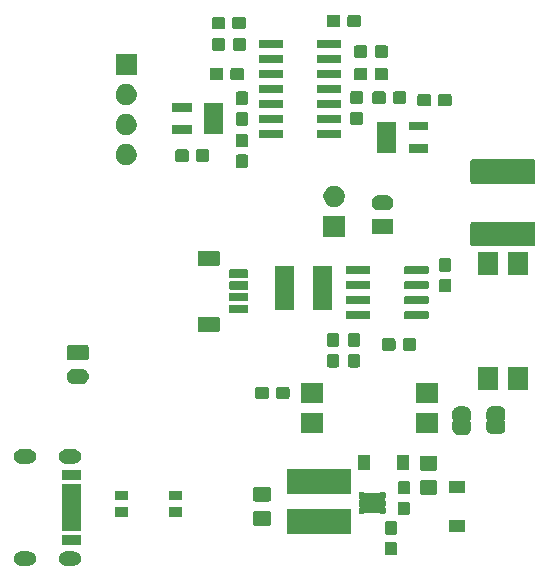
<source format=gts>
G04 #@! TF.GenerationSoftware,KiCad,Pcbnew,(5.1.5-0)*
G04 #@! TF.CreationDate,2022-02-10T11:07:37-07:00*
G04 #@! TF.ProjectId,TPS61165-heater-v4,54505336-3131-4363-952d-686561746572,rev?*
G04 #@! TF.SameCoordinates,Original*
G04 #@! TF.FileFunction,Soldermask,Top*
G04 #@! TF.FilePolarity,Negative*
%FSLAX46Y46*%
G04 Gerber Fmt 4.6, Leading zero omitted, Abs format (unit mm)*
G04 Created by KiCad (PCBNEW (5.1.5-0)) date 2022-02-10 11:07:37*
%MOMM*%
%LPD*%
G04 APERTURE LIST*
%ADD10C,0.100000*%
G04 APERTURE END LIST*
D10*
G36*
X122792818Y-87527696D02*
G01*
X122906105Y-87562062D01*
X123010512Y-87617869D01*
X123102027Y-87692973D01*
X123177131Y-87784488D01*
X123232938Y-87888895D01*
X123267304Y-88002182D01*
X123278907Y-88120000D01*
X123267304Y-88237818D01*
X123232938Y-88351105D01*
X123177131Y-88455512D01*
X123102027Y-88547027D01*
X123010512Y-88622131D01*
X122906105Y-88677938D01*
X122792818Y-88712304D01*
X122704519Y-88721000D01*
X121945481Y-88721000D01*
X121857182Y-88712304D01*
X121743895Y-88677938D01*
X121639488Y-88622131D01*
X121547973Y-88547027D01*
X121472869Y-88455512D01*
X121417062Y-88351105D01*
X121382696Y-88237818D01*
X121371093Y-88120000D01*
X121382696Y-88002182D01*
X121417062Y-87888895D01*
X121472869Y-87784488D01*
X121547973Y-87692973D01*
X121639488Y-87617869D01*
X121743895Y-87562062D01*
X121857182Y-87527696D01*
X121945481Y-87519000D01*
X122704519Y-87519000D01*
X122792818Y-87527696D01*
G37*
G36*
X118992818Y-87527696D02*
G01*
X119106105Y-87562062D01*
X119210512Y-87617869D01*
X119302027Y-87692973D01*
X119377131Y-87784488D01*
X119432938Y-87888895D01*
X119467304Y-88002182D01*
X119478907Y-88120000D01*
X119467304Y-88237818D01*
X119432938Y-88351105D01*
X119377131Y-88455512D01*
X119302027Y-88547027D01*
X119210512Y-88622131D01*
X119106105Y-88677938D01*
X118992818Y-88712304D01*
X118904519Y-88721000D01*
X118145481Y-88721000D01*
X118057182Y-88712304D01*
X117943895Y-88677938D01*
X117839488Y-88622131D01*
X117747973Y-88547027D01*
X117672869Y-88455512D01*
X117617062Y-88351105D01*
X117582696Y-88237818D01*
X117571093Y-88120000D01*
X117582696Y-88002182D01*
X117617062Y-87888895D01*
X117672869Y-87784488D01*
X117747973Y-87692973D01*
X117839488Y-87617869D01*
X117943895Y-87562062D01*
X118057182Y-87527696D01*
X118145481Y-87519000D01*
X118904519Y-87519000D01*
X118992818Y-87527696D01*
G37*
G36*
X149864499Y-86703445D02*
G01*
X149901995Y-86714820D01*
X149936554Y-86733292D01*
X149966847Y-86758153D01*
X149991708Y-86788446D01*
X150010180Y-86823005D01*
X150021555Y-86860501D01*
X150026000Y-86905638D01*
X150026000Y-87644362D01*
X150021555Y-87689499D01*
X150010180Y-87726995D01*
X149991708Y-87761554D01*
X149966847Y-87791847D01*
X149936554Y-87816708D01*
X149901995Y-87835180D01*
X149864499Y-87846555D01*
X149819362Y-87851000D01*
X149180638Y-87851000D01*
X149135501Y-87846555D01*
X149098005Y-87835180D01*
X149063446Y-87816708D01*
X149033153Y-87791847D01*
X149008292Y-87761554D01*
X148989820Y-87726995D01*
X148978445Y-87689499D01*
X148974000Y-87644362D01*
X148974000Y-86905638D01*
X148978445Y-86860501D01*
X148989820Y-86823005D01*
X149008292Y-86788446D01*
X149033153Y-86758153D01*
X149063446Y-86733292D01*
X149098005Y-86714820D01*
X149135501Y-86703445D01*
X149180638Y-86699000D01*
X149819362Y-86699000D01*
X149864499Y-86703445D01*
G37*
G36*
X123276000Y-87001000D02*
G01*
X121674000Y-87001000D01*
X121674000Y-86099000D01*
X123276000Y-86099000D01*
X123276000Y-87001000D01*
G37*
G36*
X149864499Y-84953445D02*
G01*
X149901995Y-84964820D01*
X149936554Y-84983292D01*
X149966847Y-85008153D01*
X149991708Y-85038446D01*
X150010180Y-85073005D01*
X150021555Y-85110501D01*
X150026000Y-85155638D01*
X150026000Y-85894362D01*
X150021555Y-85939499D01*
X150010180Y-85976995D01*
X149991708Y-86011554D01*
X149966847Y-86041847D01*
X149936554Y-86066708D01*
X149901995Y-86085180D01*
X149864499Y-86096555D01*
X149819362Y-86101000D01*
X149180638Y-86101000D01*
X149135501Y-86096555D01*
X149098005Y-86085180D01*
X149063446Y-86066708D01*
X149033153Y-86041847D01*
X149008292Y-86011554D01*
X148989820Y-85976995D01*
X148978445Y-85939499D01*
X148974000Y-85894362D01*
X148974000Y-85155638D01*
X148978445Y-85110501D01*
X148989820Y-85073005D01*
X149008292Y-85038446D01*
X149033153Y-85008153D01*
X149063446Y-84983292D01*
X149098005Y-84964820D01*
X149135501Y-84953445D01*
X149180638Y-84949000D01*
X149819362Y-84949000D01*
X149864499Y-84953445D01*
G37*
G36*
X146101000Y-86051000D02*
G01*
X140699000Y-86051000D01*
X140699000Y-83949000D01*
X146101000Y-83949000D01*
X146101000Y-86051000D01*
G37*
G36*
X155751000Y-85851000D02*
G01*
X154449000Y-85851000D01*
X154449000Y-84849000D01*
X155751000Y-84849000D01*
X155751000Y-85851000D01*
G37*
G36*
X123276000Y-85751000D02*
G01*
X121674000Y-85751000D01*
X121674000Y-81849000D01*
X123276000Y-81849000D01*
X123276000Y-85751000D01*
G37*
G36*
X139188674Y-84103465D02*
G01*
X139226367Y-84114899D01*
X139261103Y-84133466D01*
X139291548Y-84158452D01*
X139316534Y-84188897D01*
X139335101Y-84223633D01*
X139346535Y-84261326D01*
X139351000Y-84306661D01*
X139351000Y-85143339D01*
X139346535Y-85188674D01*
X139335101Y-85226367D01*
X139316534Y-85261103D01*
X139291548Y-85291548D01*
X139261103Y-85316534D01*
X139226367Y-85335101D01*
X139188674Y-85346535D01*
X139143339Y-85351000D01*
X138056661Y-85351000D01*
X138011326Y-85346535D01*
X137973633Y-85335101D01*
X137938897Y-85316534D01*
X137908452Y-85291548D01*
X137883466Y-85261103D01*
X137864899Y-85226367D01*
X137853465Y-85188674D01*
X137849000Y-85143339D01*
X137849000Y-84306661D01*
X137853465Y-84261326D01*
X137864899Y-84223633D01*
X137883466Y-84188897D01*
X137908452Y-84158452D01*
X137938897Y-84133466D01*
X137973633Y-84114899D01*
X138011326Y-84103465D01*
X138056661Y-84099000D01*
X139143339Y-84099000D01*
X139188674Y-84103465D01*
G37*
G36*
X131851000Y-84601000D02*
G01*
X130749000Y-84601000D01*
X130749000Y-83799000D01*
X131851000Y-83799000D01*
X131851000Y-84601000D01*
G37*
G36*
X127251000Y-84601000D02*
G01*
X126149000Y-84601000D01*
X126149000Y-83799000D01*
X127251000Y-83799000D01*
X127251000Y-84601000D01*
G37*
G36*
X150964499Y-83303445D02*
G01*
X151001995Y-83314820D01*
X151036554Y-83333292D01*
X151066847Y-83358153D01*
X151091708Y-83388446D01*
X151110180Y-83423005D01*
X151121555Y-83460501D01*
X151126000Y-83505638D01*
X151126000Y-84244362D01*
X151121555Y-84289499D01*
X151110180Y-84326995D01*
X151091708Y-84361554D01*
X151066847Y-84391847D01*
X151036554Y-84416708D01*
X151001995Y-84435180D01*
X150964499Y-84446555D01*
X150919362Y-84451000D01*
X150280638Y-84451000D01*
X150235501Y-84446555D01*
X150198005Y-84435180D01*
X150163446Y-84416708D01*
X150133153Y-84391847D01*
X150108292Y-84361554D01*
X150089820Y-84326995D01*
X150078445Y-84289499D01*
X150074000Y-84244362D01*
X150074000Y-83505638D01*
X150078445Y-83460501D01*
X150089820Y-83423005D01*
X150108292Y-83388446D01*
X150133153Y-83358153D01*
X150163446Y-83333292D01*
X150198005Y-83314820D01*
X150235501Y-83303445D01*
X150280638Y-83299000D01*
X150919362Y-83299000D01*
X150964499Y-83303445D01*
G37*
G36*
X147235202Y-82530683D02*
G01*
X147245735Y-82533878D01*
X147255443Y-82539067D01*
X147269530Y-82550628D01*
X147289904Y-82564241D01*
X147312543Y-82573618D01*
X147348827Y-82579000D01*
X148511173Y-82579000D01*
X148535559Y-82576598D01*
X148559008Y-82569485D01*
X148590470Y-82550628D01*
X148604557Y-82539067D01*
X148614265Y-82533878D01*
X148624798Y-82530683D01*
X148641888Y-82529000D01*
X148993112Y-82529000D01*
X149010202Y-82530683D01*
X149020735Y-82533878D01*
X149030443Y-82539068D01*
X149038951Y-82546049D01*
X149045932Y-82554557D01*
X149051122Y-82564265D01*
X149054317Y-82574798D01*
X149056000Y-82591888D01*
X149056000Y-82968112D01*
X149054317Y-82985202D01*
X149051122Y-82995735D01*
X149045932Y-83005443D01*
X149033371Y-83020749D01*
X149028417Y-83025704D01*
X149014803Y-83046079D01*
X149005427Y-83068718D01*
X149000647Y-83092751D01*
X149000647Y-83117255D01*
X149005428Y-83141288D01*
X149014806Y-83163927D01*
X149028420Y-83184301D01*
X149033378Y-83189259D01*
X149045932Y-83204557D01*
X149051122Y-83214265D01*
X149054317Y-83224798D01*
X149056000Y-83241888D01*
X149056000Y-83618112D01*
X149054317Y-83635202D01*
X149051122Y-83645735D01*
X149045932Y-83655443D01*
X149033371Y-83670749D01*
X149028417Y-83675704D01*
X149014803Y-83696079D01*
X149005427Y-83718718D01*
X149000647Y-83742751D01*
X149000647Y-83767255D01*
X149005428Y-83791288D01*
X149014806Y-83813927D01*
X149028420Y-83834301D01*
X149033378Y-83839259D01*
X149045932Y-83854557D01*
X149051122Y-83864265D01*
X149054317Y-83874798D01*
X149056000Y-83891888D01*
X149056000Y-84268112D01*
X149054317Y-84285202D01*
X149051122Y-84295735D01*
X149045932Y-84305443D01*
X149038951Y-84313951D01*
X149030443Y-84320932D01*
X149020735Y-84326122D01*
X149010202Y-84329317D01*
X148993112Y-84331000D01*
X148641888Y-84331000D01*
X148624798Y-84329317D01*
X148614265Y-84326122D01*
X148604557Y-84320933D01*
X148590470Y-84309372D01*
X148570096Y-84295759D01*
X148547457Y-84286382D01*
X148511173Y-84281000D01*
X147348827Y-84281000D01*
X147324441Y-84283402D01*
X147300992Y-84290515D01*
X147269530Y-84309372D01*
X147255443Y-84320933D01*
X147245735Y-84326122D01*
X147235202Y-84329317D01*
X147218112Y-84331000D01*
X146866888Y-84331000D01*
X146849798Y-84329317D01*
X146839265Y-84326122D01*
X146829557Y-84320932D01*
X146821049Y-84313951D01*
X146814068Y-84305443D01*
X146808878Y-84295735D01*
X146805683Y-84285202D01*
X146804000Y-84268112D01*
X146804000Y-83891888D01*
X146805683Y-83874798D01*
X146808878Y-83864265D01*
X146814068Y-83854557D01*
X146826629Y-83839251D01*
X146831583Y-83834296D01*
X146845197Y-83813921D01*
X146854573Y-83791282D01*
X146859353Y-83767249D01*
X146859353Y-83742745D01*
X146854572Y-83718712D01*
X146845194Y-83696073D01*
X146831580Y-83675699D01*
X146826622Y-83670741D01*
X146814068Y-83655443D01*
X146808878Y-83645735D01*
X146805683Y-83635202D01*
X146804000Y-83618112D01*
X146804000Y-83241888D01*
X146805683Y-83224798D01*
X146808878Y-83214265D01*
X146814068Y-83204557D01*
X146826629Y-83189251D01*
X146831583Y-83184296D01*
X146845197Y-83163921D01*
X146854573Y-83141282D01*
X146859353Y-83117249D01*
X146859353Y-83092745D01*
X146854572Y-83068712D01*
X146845194Y-83046073D01*
X146831580Y-83025699D01*
X146826622Y-83020741D01*
X146814068Y-83005443D01*
X146808878Y-82995735D01*
X146805683Y-82985202D01*
X146804000Y-82968112D01*
X146804000Y-82591888D01*
X146805683Y-82574798D01*
X146808878Y-82564265D01*
X146814068Y-82554557D01*
X146821049Y-82546049D01*
X146829557Y-82539068D01*
X146839265Y-82533878D01*
X146849798Y-82530683D01*
X146866888Y-82529000D01*
X147218112Y-82529000D01*
X147235202Y-82530683D01*
G37*
G36*
X139188674Y-82053465D02*
G01*
X139226367Y-82064899D01*
X139261103Y-82083466D01*
X139291548Y-82108452D01*
X139316534Y-82138897D01*
X139335101Y-82173633D01*
X139346535Y-82211326D01*
X139351000Y-82256661D01*
X139351000Y-83093339D01*
X139346535Y-83138674D01*
X139335101Y-83176367D01*
X139316534Y-83211103D01*
X139291548Y-83241548D01*
X139261103Y-83266534D01*
X139226367Y-83285101D01*
X139188674Y-83296535D01*
X139143339Y-83301000D01*
X138056661Y-83301000D01*
X138011326Y-83296535D01*
X137973633Y-83285101D01*
X137938897Y-83266534D01*
X137908452Y-83241548D01*
X137883466Y-83211103D01*
X137864899Y-83176367D01*
X137853465Y-83138674D01*
X137849000Y-83093339D01*
X137849000Y-82256661D01*
X137853465Y-82211326D01*
X137864899Y-82173633D01*
X137883466Y-82138897D01*
X137908452Y-82108452D01*
X137938897Y-82083466D01*
X137973633Y-82064899D01*
X138011326Y-82053465D01*
X138056661Y-82049000D01*
X139143339Y-82049000D01*
X139188674Y-82053465D01*
G37*
G36*
X127251000Y-83201000D02*
G01*
X126149000Y-83201000D01*
X126149000Y-82399000D01*
X127251000Y-82399000D01*
X127251000Y-83201000D01*
G37*
G36*
X131851000Y-83201000D02*
G01*
X130749000Y-83201000D01*
X130749000Y-82399000D01*
X131851000Y-82399000D01*
X131851000Y-83201000D01*
G37*
G36*
X153288674Y-81478465D02*
G01*
X153326367Y-81489899D01*
X153361103Y-81508466D01*
X153391548Y-81533452D01*
X153416534Y-81563897D01*
X153435101Y-81598633D01*
X153446535Y-81636326D01*
X153451000Y-81681661D01*
X153451000Y-82518339D01*
X153446535Y-82563674D01*
X153435101Y-82601367D01*
X153416534Y-82636103D01*
X153391548Y-82666548D01*
X153361103Y-82691534D01*
X153326367Y-82710101D01*
X153288674Y-82721535D01*
X153243339Y-82726000D01*
X152156661Y-82726000D01*
X152111326Y-82721535D01*
X152073633Y-82710101D01*
X152038897Y-82691534D01*
X152008452Y-82666548D01*
X151983466Y-82636103D01*
X151964899Y-82601367D01*
X151953465Y-82563674D01*
X151949000Y-82518339D01*
X151949000Y-81681661D01*
X151953465Y-81636326D01*
X151964899Y-81598633D01*
X151983466Y-81563897D01*
X152008452Y-81533452D01*
X152038897Y-81508466D01*
X152073633Y-81489899D01*
X152111326Y-81478465D01*
X152156661Y-81474000D01*
X153243339Y-81474000D01*
X153288674Y-81478465D01*
G37*
G36*
X150964499Y-81553445D02*
G01*
X151001995Y-81564820D01*
X151036554Y-81583292D01*
X151066847Y-81608153D01*
X151091708Y-81638446D01*
X151110180Y-81673005D01*
X151121555Y-81710501D01*
X151126000Y-81755638D01*
X151126000Y-82494362D01*
X151121555Y-82539499D01*
X151110180Y-82576995D01*
X151091708Y-82611554D01*
X151066847Y-82641847D01*
X151036554Y-82666708D01*
X151001995Y-82685180D01*
X150964499Y-82696555D01*
X150919362Y-82701000D01*
X150280638Y-82701000D01*
X150235501Y-82696555D01*
X150198005Y-82685180D01*
X150163446Y-82666708D01*
X150133153Y-82641847D01*
X150108292Y-82611554D01*
X150089820Y-82576995D01*
X150078445Y-82539499D01*
X150074000Y-82494362D01*
X150074000Y-81755638D01*
X150078445Y-81710501D01*
X150089820Y-81673005D01*
X150108292Y-81638446D01*
X150133153Y-81608153D01*
X150163446Y-81583292D01*
X150198005Y-81564820D01*
X150235501Y-81553445D01*
X150280638Y-81549000D01*
X150919362Y-81549000D01*
X150964499Y-81553445D01*
G37*
G36*
X146101000Y-82651000D02*
G01*
X140699000Y-82651000D01*
X140699000Y-80549000D01*
X146101000Y-80549000D01*
X146101000Y-82651000D01*
G37*
G36*
X155751000Y-82551000D02*
G01*
X154449000Y-82551000D01*
X154449000Y-81549000D01*
X155751000Y-81549000D01*
X155751000Y-82551000D01*
G37*
G36*
X123276000Y-81501000D02*
G01*
X121674000Y-81501000D01*
X121674000Y-80599000D01*
X123276000Y-80599000D01*
X123276000Y-81501000D01*
G37*
G36*
X153288674Y-79428465D02*
G01*
X153326367Y-79439899D01*
X153361103Y-79458466D01*
X153391548Y-79483452D01*
X153416534Y-79513897D01*
X153435101Y-79548633D01*
X153446535Y-79586326D01*
X153451000Y-79631661D01*
X153451000Y-80468339D01*
X153446535Y-80513674D01*
X153435101Y-80551367D01*
X153416534Y-80586103D01*
X153391548Y-80616548D01*
X153361103Y-80641534D01*
X153326367Y-80660101D01*
X153288674Y-80671535D01*
X153243339Y-80676000D01*
X152156661Y-80676000D01*
X152111326Y-80671535D01*
X152073633Y-80660101D01*
X152038897Y-80641534D01*
X152008452Y-80616548D01*
X151983466Y-80586103D01*
X151964899Y-80551367D01*
X151953465Y-80513674D01*
X151949000Y-80468339D01*
X151949000Y-79631661D01*
X151953465Y-79586326D01*
X151964899Y-79548633D01*
X151983466Y-79513897D01*
X152008452Y-79483452D01*
X152038897Y-79458466D01*
X152073633Y-79439899D01*
X152111326Y-79428465D01*
X152156661Y-79424000D01*
X153243339Y-79424000D01*
X153288674Y-79428465D01*
G37*
G36*
X151051000Y-80651000D02*
G01*
X150049000Y-80651000D01*
X150049000Y-79349000D01*
X151051000Y-79349000D01*
X151051000Y-80651000D01*
G37*
G36*
X147751000Y-80651000D02*
G01*
X146749000Y-80651000D01*
X146749000Y-79349000D01*
X147751000Y-79349000D01*
X147751000Y-80651000D01*
G37*
G36*
X122792818Y-78887696D02*
G01*
X122906105Y-78922062D01*
X123010512Y-78977869D01*
X123102027Y-79052973D01*
X123177131Y-79144488D01*
X123232938Y-79248895D01*
X123267304Y-79362182D01*
X123278907Y-79480000D01*
X123267304Y-79597818D01*
X123232938Y-79711105D01*
X123177131Y-79815512D01*
X123102027Y-79907027D01*
X123010512Y-79982131D01*
X122906105Y-80037938D01*
X122792818Y-80072304D01*
X122704519Y-80081000D01*
X121945481Y-80081000D01*
X121857182Y-80072304D01*
X121743895Y-80037938D01*
X121639488Y-79982131D01*
X121547973Y-79907027D01*
X121472869Y-79815512D01*
X121417062Y-79711105D01*
X121382696Y-79597818D01*
X121371093Y-79480000D01*
X121382696Y-79362182D01*
X121417062Y-79248895D01*
X121472869Y-79144488D01*
X121547973Y-79052973D01*
X121639488Y-78977869D01*
X121743895Y-78922062D01*
X121857182Y-78887696D01*
X121945481Y-78879000D01*
X122704519Y-78879000D01*
X122792818Y-78887696D01*
G37*
G36*
X118992818Y-78887696D02*
G01*
X119106105Y-78922062D01*
X119210512Y-78977869D01*
X119302027Y-79052973D01*
X119377131Y-79144488D01*
X119432938Y-79248895D01*
X119467304Y-79362182D01*
X119478907Y-79480000D01*
X119467304Y-79597818D01*
X119432938Y-79711105D01*
X119377131Y-79815512D01*
X119302027Y-79907027D01*
X119210512Y-79982131D01*
X119106105Y-80037938D01*
X118992818Y-80072304D01*
X118904519Y-80081000D01*
X118145481Y-80081000D01*
X118057182Y-80072304D01*
X117943895Y-80037938D01*
X117839488Y-79982131D01*
X117747973Y-79907027D01*
X117672869Y-79815512D01*
X117617062Y-79711105D01*
X117582696Y-79597818D01*
X117571093Y-79480000D01*
X117582696Y-79362182D01*
X117617062Y-79248895D01*
X117672869Y-79144488D01*
X117747973Y-79052973D01*
X117839488Y-78977869D01*
X117943895Y-78922062D01*
X118057182Y-78887696D01*
X118145481Y-78879000D01*
X118904519Y-78879000D01*
X118992818Y-78887696D01*
G37*
G36*
X155762199Y-75249954D02*
G01*
X155774450Y-75250556D01*
X155792869Y-75250556D01*
X155815149Y-75252750D01*
X155899233Y-75269476D01*
X155920660Y-75275976D01*
X155999858Y-75308780D01*
X156005303Y-75311691D01*
X156005309Y-75311693D01*
X156014169Y-75316429D01*
X156014173Y-75316432D01*
X156019614Y-75319340D01*
X156090899Y-75366971D01*
X156108204Y-75381172D01*
X156168828Y-75441796D01*
X156183029Y-75459101D01*
X156230660Y-75530386D01*
X156233568Y-75535827D01*
X156233571Y-75535831D01*
X156238307Y-75544691D01*
X156238309Y-75544697D01*
X156241220Y-75550142D01*
X156274024Y-75629340D01*
X156280524Y-75650767D01*
X156297250Y-75734851D01*
X156299444Y-75757131D01*
X156299444Y-75775550D01*
X156300046Y-75787801D01*
X156301852Y-75806139D01*
X156301852Y-76293860D01*
X156300263Y-76309999D01*
X156297348Y-76319608D01*
X156292610Y-76328472D01*
X156286237Y-76336237D01*
X156273794Y-76346448D01*
X156263425Y-76353378D01*
X156246098Y-76370705D01*
X156232485Y-76391080D01*
X156223109Y-76413720D01*
X156218329Y-76437753D01*
X156218330Y-76462257D01*
X156223112Y-76486290D01*
X156232490Y-76508929D01*
X156246105Y-76529302D01*
X156263432Y-76546629D01*
X156273802Y-76553558D01*
X156286237Y-76563763D01*
X156292610Y-76571528D01*
X156297348Y-76580392D01*
X156300263Y-76590001D01*
X156301852Y-76606140D01*
X156301852Y-77093862D01*
X156300046Y-77112199D01*
X156299444Y-77124450D01*
X156299444Y-77142869D01*
X156297250Y-77165149D01*
X156280524Y-77249233D01*
X156274024Y-77270660D01*
X156241220Y-77349858D01*
X156238309Y-77355303D01*
X156238307Y-77355309D01*
X156233571Y-77364169D01*
X156233568Y-77364173D01*
X156230660Y-77369614D01*
X156183029Y-77440899D01*
X156168828Y-77458204D01*
X156108204Y-77518828D01*
X156090899Y-77533029D01*
X156019614Y-77580660D01*
X156014173Y-77583568D01*
X156014169Y-77583571D01*
X156005309Y-77588307D01*
X156005303Y-77588309D01*
X155999858Y-77591220D01*
X155920660Y-77624024D01*
X155899233Y-77630524D01*
X155815149Y-77647250D01*
X155792869Y-77649444D01*
X155774450Y-77649444D01*
X155762199Y-77650046D01*
X155743862Y-77651852D01*
X155256138Y-77651852D01*
X155237801Y-77650046D01*
X155225550Y-77649444D01*
X155207131Y-77649444D01*
X155184851Y-77647250D01*
X155100767Y-77630524D01*
X155079340Y-77624024D01*
X155000142Y-77591220D01*
X154994697Y-77588309D01*
X154994691Y-77588307D01*
X154985831Y-77583571D01*
X154985827Y-77583568D01*
X154980386Y-77580660D01*
X154909101Y-77533029D01*
X154891796Y-77518828D01*
X154831172Y-77458204D01*
X154816971Y-77440899D01*
X154769340Y-77369614D01*
X154766432Y-77364173D01*
X154766429Y-77364169D01*
X154761693Y-77355309D01*
X154761691Y-77355303D01*
X154758780Y-77349858D01*
X154725976Y-77270660D01*
X154719476Y-77249233D01*
X154702750Y-77165149D01*
X154700556Y-77142869D01*
X154700556Y-77124450D01*
X154699954Y-77112199D01*
X154698148Y-77093862D01*
X154698148Y-76606140D01*
X154699737Y-76590001D01*
X154702652Y-76580392D01*
X154707390Y-76571528D01*
X154713763Y-76563763D01*
X154726206Y-76553552D01*
X154736575Y-76546622D01*
X154753902Y-76529295D01*
X154767515Y-76508920D01*
X154776891Y-76486280D01*
X154781671Y-76462247D01*
X154781670Y-76437743D01*
X154776888Y-76413710D01*
X154767510Y-76391071D01*
X154753895Y-76370698D01*
X154736568Y-76353371D01*
X154726198Y-76346442D01*
X154713763Y-76336237D01*
X154707390Y-76328472D01*
X154702652Y-76319608D01*
X154699737Y-76309999D01*
X154698148Y-76293860D01*
X154698148Y-75806139D01*
X154699954Y-75787801D01*
X154700556Y-75775550D01*
X154700556Y-75757131D01*
X154702750Y-75734851D01*
X154719476Y-75650767D01*
X154725976Y-75629340D01*
X154758780Y-75550142D01*
X154761691Y-75544697D01*
X154761693Y-75544691D01*
X154766429Y-75535831D01*
X154766432Y-75535827D01*
X154769340Y-75530386D01*
X154816971Y-75459101D01*
X154831172Y-75441796D01*
X154891796Y-75381172D01*
X154909101Y-75366971D01*
X154980386Y-75319340D01*
X154985827Y-75316432D01*
X154985831Y-75316429D01*
X154994691Y-75311693D01*
X154994697Y-75311691D01*
X155000142Y-75308780D01*
X155079340Y-75275976D01*
X155100767Y-75269476D01*
X155184851Y-75252750D01*
X155207131Y-75250556D01*
X155225550Y-75250556D01*
X155237801Y-75249954D01*
X155256139Y-75248148D01*
X155743861Y-75248148D01*
X155762199Y-75249954D01*
G37*
G36*
X158662199Y-75199954D02*
G01*
X158674450Y-75200556D01*
X158692869Y-75200556D01*
X158715149Y-75202750D01*
X158799233Y-75219476D01*
X158820660Y-75225976D01*
X158899858Y-75258780D01*
X158905303Y-75261691D01*
X158905309Y-75261693D01*
X158914169Y-75266429D01*
X158914173Y-75266432D01*
X158919614Y-75269340D01*
X158990899Y-75316971D01*
X159008204Y-75331172D01*
X159068828Y-75391796D01*
X159083029Y-75409101D01*
X159130660Y-75480386D01*
X159133568Y-75485827D01*
X159133571Y-75485831D01*
X159138307Y-75494691D01*
X159138309Y-75494697D01*
X159141220Y-75500142D01*
X159174024Y-75579340D01*
X159180524Y-75600767D01*
X159197250Y-75684851D01*
X159199444Y-75707131D01*
X159199444Y-75725550D01*
X159200046Y-75737801D01*
X159201852Y-75756139D01*
X159201852Y-76243860D01*
X159200263Y-76259999D01*
X159197348Y-76269608D01*
X159192610Y-76278472D01*
X159186237Y-76286237D01*
X159173794Y-76296448D01*
X159163425Y-76303378D01*
X159146098Y-76320705D01*
X159132485Y-76341080D01*
X159123109Y-76363720D01*
X159118329Y-76387753D01*
X159118330Y-76412257D01*
X159123112Y-76436290D01*
X159132490Y-76458929D01*
X159146105Y-76479302D01*
X159163432Y-76496629D01*
X159173802Y-76503558D01*
X159186237Y-76513763D01*
X159192610Y-76521528D01*
X159197348Y-76530392D01*
X159200263Y-76540001D01*
X159201852Y-76556140D01*
X159201852Y-77043862D01*
X159200046Y-77062199D01*
X159199444Y-77074450D01*
X159199444Y-77092869D01*
X159197250Y-77115149D01*
X159180524Y-77199233D01*
X159174024Y-77220660D01*
X159141220Y-77299858D01*
X159138309Y-77305303D01*
X159138307Y-77305309D01*
X159133571Y-77314169D01*
X159133568Y-77314173D01*
X159130660Y-77319614D01*
X159083029Y-77390899D01*
X159068828Y-77408204D01*
X159008204Y-77468828D01*
X158990899Y-77483029D01*
X158919614Y-77530660D01*
X158914173Y-77533568D01*
X158914169Y-77533571D01*
X158905309Y-77538307D01*
X158905303Y-77538309D01*
X158899858Y-77541220D01*
X158820660Y-77574024D01*
X158799233Y-77580524D01*
X158715149Y-77597250D01*
X158692869Y-77599444D01*
X158674450Y-77599444D01*
X158662199Y-77600046D01*
X158643862Y-77601852D01*
X158156138Y-77601852D01*
X158137801Y-77600046D01*
X158125550Y-77599444D01*
X158107131Y-77599444D01*
X158084851Y-77597250D01*
X158000767Y-77580524D01*
X157979340Y-77574024D01*
X157900142Y-77541220D01*
X157894697Y-77538309D01*
X157894691Y-77538307D01*
X157885831Y-77533571D01*
X157885827Y-77533568D01*
X157880386Y-77530660D01*
X157809101Y-77483029D01*
X157791796Y-77468828D01*
X157731172Y-77408204D01*
X157716971Y-77390899D01*
X157669340Y-77319614D01*
X157666432Y-77314173D01*
X157666429Y-77314169D01*
X157661693Y-77305309D01*
X157661691Y-77305303D01*
X157658780Y-77299858D01*
X157625976Y-77220660D01*
X157619476Y-77199233D01*
X157602750Y-77115149D01*
X157600556Y-77092869D01*
X157600556Y-77074450D01*
X157599954Y-77062199D01*
X157598148Y-77043862D01*
X157598148Y-76556140D01*
X157599737Y-76540001D01*
X157602652Y-76530392D01*
X157607390Y-76521528D01*
X157613763Y-76513763D01*
X157626206Y-76503552D01*
X157636575Y-76496622D01*
X157653902Y-76479295D01*
X157667515Y-76458920D01*
X157676891Y-76436280D01*
X157681671Y-76412247D01*
X157681670Y-76387743D01*
X157676888Y-76363710D01*
X157667510Y-76341071D01*
X157653895Y-76320698D01*
X157636568Y-76303371D01*
X157626198Y-76296442D01*
X157613763Y-76286237D01*
X157607390Y-76278472D01*
X157602652Y-76269608D01*
X157599737Y-76259999D01*
X157598148Y-76243860D01*
X157598148Y-75756139D01*
X157599954Y-75737801D01*
X157600556Y-75725550D01*
X157600556Y-75707131D01*
X157602750Y-75684851D01*
X157619476Y-75600767D01*
X157625976Y-75579340D01*
X157658780Y-75500142D01*
X157661691Y-75494697D01*
X157661693Y-75494691D01*
X157666429Y-75485831D01*
X157666432Y-75485827D01*
X157669340Y-75480386D01*
X157716971Y-75409101D01*
X157731172Y-75391796D01*
X157791796Y-75331172D01*
X157809101Y-75316971D01*
X157880386Y-75269340D01*
X157885827Y-75266432D01*
X157885831Y-75266429D01*
X157894691Y-75261693D01*
X157894697Y-75261691D01*
X157900142Y-75258780D01*
X157979340Y-75225976D01*
X158000767Y-75219476D01*
X158084851Y-75202750D01*
X158107131Y-75200556D01*
X158125550Y-75200556D01*
X158137801Y-75199954D01*
X158156139Y-75198148D01*
X158643861Y-75198148D01*
X158662199Y-75199954D01*
G37*
G36*
X143775000Y-77521000D02*
G01*
X141873000Y-77521000D01*
X141873000Y-75819000D01*
X143775000Y-75819000D01*
X143775000Y-77521000D01*
G37*
G36*
X153527000Y-77521000D02*
G01*
X151625000Y-77521000D01*
X151625000Y-75819000D01*
X153527000Y-75819000D01*
X153527000Y-77521000D01*
G37*
G36*
X143775000Y-74981000D02*
G01*
X141873000Y-74981000D01*
X141873000Y-73279000D01*
X143775000Y-73279000D01*
X143775000Y-74981000D01*
G37*
G36*
X153527000Y-74981000D02*
G01*
X151625000Y-74981000D01*
X151625000Y-73279000D01*
X153527000Y-73279000D01*
X153527000Y-74981000D01*
G37*
G36*
X139014499Y-73578445D02*
G01*
X139051995Y-73589820D01*
X139086554Y-73608292D01*
X139116847Y-73633153D01*
X139141708Y-73663446D01*
X139160180Y-73698005D01*
X139171555Y-73735501D01*
X139176000Y-73780638D01*
X139176000Y-74419362D01*
X139171555Y-74464499D01*
X139160180Y-74501995D01*
X139141708Y-74536554D01*
X139116847Y-74566847D01*
X139086554Y-74591708D01*
X139051995Y-74610180D01*
X139014499Y-74621555D01*
X138969362Y-74626000D01*
X138230638Y-74626000D01*
X138185501Y-74621555D01*
X138148005Y-74610180D01*
X138113446Y-74591708D01*
X138083153Y-74566847D01*
X138058292Y-74536554D01*
X138039820Y-74501995D01*
X138028445Y-74464499D01*
X138024000Y-74419362D01*
X138024000Y-73780638D01*
X138028445Y-73735501D01*
X138039820Y-73698005D01*
X138058292Y-73663446D01*
X138083153Y-73633153D01*
X138113446Y-73608292D01*
X138148005Y-73589820D01*
X138185501Y-73578445D01*
X138230638Y-73574000D01*
X138969362Y-73574000D01*
X139014499Y-73578445D01*
G37*
G36*
X140764499Y-73578445D02*
G01*
X140801995Y-73589820D01*
X140836554Y-73608292D01*
X140866847Y-73633153D01*
X140891708Y-73663446D01*
X140910180Y-73698005D01*
X140921555Y-73735501D01*
X140926000Y-73780638D01*
X140926000Y-74419362D01*
X140921555Y-74464499D01*
X140910180Y-74501995D01*
X140891708Y-74536554D01*
X140866847Y-74566847D01*
X140836554Y-74591708D01*
X140801995Y-74610180D01*
X140764499Y-74621555D01*
X140719362Y-74626000D01*
X139980638Y-74626000D01*
X139935501Y-74621555D01*
X139898005Y-74610180D01*
X139863446Y-74591708D01*
X139833153Y-74566847D01*
X139808292Y-74536554D01*
X139789820Y-74501995D01*
X139778445Y-74464499D01*
X139774000Y-74419362D01*
X139774000Y-73780638D01*
X139778445Y-73735501D01*
X139789820Y-73698005D01*
X139808292Y-73663446D01*
X139833153Y-73633153D01*
X139863446Y-73608292D01*
X139898005Y-73589820D01*
X139935501Y-73578445D01*
X139980638Y-73574000D01*
X140719362Y-73574000D01*
X140764499Y-73578445D01*
G37*
G36*
X161121000Y-73827000D02*
G01*
X159419000Y-73827000D01*
X159419000Y-71925000D01*
X161121000Y-71925000D01*
X161121000Y-73827000D01*
G37*
G36*
X158581000Y-73827000D02*
G01*
X156879000Y-73827000D01*
X156879000Y-71925000D01*
X158581000Y-71925000D01*
X158581000Y-73827000D01*
G37*
G36*
X123338855Y-72052140D02*
G01*
X123402618Y-72058420D01*
X123493404Y-72085960D01*
X123525336Y-72095646D01*
X123638425Y-72156094D01*
X123737554Y-72237446D01*
X123818906Y-72336575D01*
X123879354Y-72449664D01*
X123879355Y-72449668D01*
X123916580Y-72572382D01*
X123929149Y-72700000D01*
X123916580Y-72827618D01*
X123889040Y-72918404D01*
X123879354Y-72950336D01*
X123818906Y-73063425D01*
X123737554Y-73162554D01*
X123638425Y-73243906D01*
X123525336Y-73304354D01*
X123493404Y-73314040D01*
X123402618Y-73341580D01*
X123338855Y-73347860D01*
X123306974Y-73351000D01*
X122693026Y-73351000D01*
X122661145Y-73347860D01*
X122597382Y-73341580D01*
X122506596Y-73314040D01*
X122474664Y-73304354D01*
X122361575Y-73243906D01*
X122262446Y-73162554D01*
X122181094Y-73063425D01*
X122120646Y-72950336D01*
X122110960Y-72918404D01*
X122083420Y-72827618D01*
X122070851Y-72700000D01*
X122083420Y-72572382D01*
X122120645Y-72449668D01*
X122120646Y-72449664D01*
X122181094Y-72336575D01*
X122262446Y-72237446D01*
X122361575Y-72156094D01*
X122474664Y-72095646D01*
X122506596Y-72085960D01*
X122597382Y-72058420D01*
X122661145Y-72052140D01*
X122693026Y-72049000D01*
X123306974Y-72049000D01*
X123338855Y-72052140D01*
G37*
G36*
X146764499Y-70803445D02*
G01*
X146801995Y-70814820D01*
X146836554Y-70833292D01*
X146866847Y-70858153D01*
X146891708Y-70888446D01*
X146910180Y-70923005D01*
X146921555Y-70960501D01*
X146926000Y-71005638D01*
X146926000Y-71744362D01*
X146921555Y-71789499D01*
X146910180Y-71826995D01*
X146891708Y-71861554D01*
X146866847Y-71891847D01*
X146836554Y-71916708D01*
X146801995Y-71935180D01*
X146764499Y-71946555D01*
X146719362Y-71951000D01*
X146080638Y-71951000D01*
X146035501Y-71946555D01*
X145998005Y-71935180D01*
X145963446Y-71916708D01*
X145933153Y-71891847D01*
X145908292Y-71861554D01*
X145889820Y-71826995D01*
X145878445Y-71789499D01*
X145874000Y-71744362D01*
X145874000Y-71005638D01*
X145878445Y-70960501D01*
X145889820Y-70923005D01*
X145908292Y-70888446D01*
X145933153Y-70858153D01*
X145963446Y-70833292D01*
X145998005Y-70814820D01*
X146035501Y-70803445D01*
X146080638Y-70799000D01*
X146719362Y-70799000D01*
X146764499Y-70803445D01*
G37*
G36*
X144964499Y-70803445D02*
G01*
X145001995Y-70814820D01*
X145036554Y-70833292D01*
X145066847Y-70858153D01*
X145091708Y-70888446D01*
X145110180Y-70923005D01*
X145121555Y-70960501D01*
X145126000Y-71005638D01*
X145126000Y-71744362D01*
X145121555Y-71789499D01*
X145110180Y-71826995D01*
X145091708Y-71861554D01*
X145066847Y-71891847D01*
X145036554Y-71916708D01*
X145001995Y-71935180D01*
X144964499Y-71946555D01*
X144919362Y-71951000D01*
X144280638Y-71951000D01*
X144235501Y-71946555D01*
X144198005Y-71935180D01*
X144163446Y-71916708D01*
X144133153Y-71891847D01*
X144108292Y-71861554D01*
X144089820Y-71826995D01*
X144078445Y-71789499D01*
X144074000Y-71744362D01*
X144074000Y-71005638D01*
X144078445Y-70960501D01*
X144089820Y-70923005D01*
X144108292Y-70888446D01*
X144133153Y-70858153D01*
X144163446Y-70833292D01*
X144198005Y-70814820D01*
X144235501Y-70803445D01*
X144280638Y-70799000D01*
X144919362Y-70799000D01*
X144964499Y-70803445D01*
G37*
G36*
X123766242Y-70053404D02*
G01*
X123803337Y-70064657D01*
X123837515Y-70082925D01*
X123867481Y-70107519D01*
X123892075Y-70137485D01*
X123910343Y-70171663D01*
X123921596Y-70208758D01*
X123926000Y-70253474D01*
X123926000Y-71146526D01*
X123921596Y-71191242D01*
X123910343Y-71228337D01*
X123892075Y-71262515D01*
X123867481Y-71292481D01*
X123837515Y-71317075D01*
X123803337Y-71335343D01*
X123766242Y-71346596D01*
X123721526Y-71351000D01*
X122278474Y-71351000D01*
X122233758Y-71346596D01*
X122196663Y-71335343D01*
X122162485Y-71317075D01*
X122132519Y-71292481D01*
X122107925Y-71262515D01*
X122089657Y-71228337D01*
X122078404Y-71191242D01*
X122074000Y-71146526D01*
X122074000Y-70253474D01*
X122078404Y-70208758D01*
X122089657Y-70171663D01*
X122107925Y-70137485D01*
X122132519Y-70107519D01*
X122162485Y-70082925D01*
X122196663Y-70064657D01*
X122233758Y-70053404D01*
X122278474Y-70049000D01*
X123721526Y-70049000D01*
X123766242Y-70053404D01*
G37*
G36*
X151489499Y-69478445D02*
G01*
X151526995Y-69489820D01*
X151561554Y-69508292D01*
X151591847Y-69533153D01*
X151616708Y-69563446D01*
X151635180Y-69598005D01*
X151646555Y-69635501D01*
X151651000Y-69680638D01*
X151651000Y-70319362D01*
X151646555Y-70364499D01*
X151635180Y-70401995D01*
X151616708Y-70436554D01*
X151591847Y-70466847D01*
X151561554Y-70491708D01*
X151526995Y-70510180D01*
X151489499Y-70521555D01*
X151444362Y-70526000D01*
X150705638Y-70526000D01*
X150660501Y-70521555D01*
X150623005Y-70510180D01*
X150588446Y-70491708D01*
X150558153Y-70466847D01*
X150533292Y-70436554D01*
X150514820Y-70401995D01*
X150503445Y-70364499D01*
X150499000Y-70319362D01*
X150499000Y-69680638D01*
X150503445Y-69635501D01*
X150514820Y-69598005D01*
X150533292Y-69563446D01*
X150558153Y-69533153D01*
X150588446Y-69508292D01*
X150623005Y-69489820D01*
X150660501Y-69478445D01*
X150705638Y-69474000D01*
X151444362Y-69474000D01*
X151489499Y-69478445D01*
G37*
G36*
X149739499Y-69478445D02*
G01*
X149776995Y-69489820D01*
X149811554Y-69508292D01*
X149841847Y-69533153D01*
X149866708Y-69563446D01*
X149885180Y-69598005D01*
X149896555Y-69635501D01*
X149901000Y-69680638D01*
X149901000Y-70319362D01*
X149896555Y-70364499D01*
X149885180Y-70401995D01*
X149866708Y-70436554D01*
X149841847Y-70466847D01*
X149811554Y-70491708D01*
X149776995Y-70510180D01*
X149739499Y-70521555D01*
X149694362Y-70526000D01*
X148955638Y-70526000D01*
X148910501Y-70521555D01*
X148873005Y-70510180D01*
X148838446Y-70491708D01*
X148808153Y-70466847D01*
X148783292Y-70436554D01*
X148764820Y-70401995D01*
X148753445Y-70364499D01*
X148749000Y-70319362D01*
X148749000Y-69680638D01*
X148753445Y-69635501D01*
X148764820Y-69598005D01*
X148783292Y-69563446D01*
X148808153Y-69533153D01*
X148838446Y-69508292D01*
X148873005Y-69489820D01*
X148910501Y-69478445D01*
X148955638Y-69474000D01*
X149694362Y-69474000D01*
X149739499Y-69478445D01*
G37*
G36*
X144964499Y-69053445D02*
G01*
X145001995Y-69064820D01*
X145036554Y-69083292D01*
X145066847Y-69108153D01*
X145091708Y-69138446D01*
X145110180Y-69173005D01*
X145121555Y-69210501D01*
X145126000Y-69255638D01*
X145126000Y-69994362D01*
X145121555Y-70039499D01*
X145110180Y-70076995D01*
X145091708Y-70111554D01*
X145066847Y-70141847D01*
X145036554Y-70166708D01*
X145001995Y-70185180D01*
X144964499Y-70196555D01*
X144919362Y-70201000D01*
X144280638Y-70201000D01*
X144235501Y-70196555D01*
X144198005Y-70185180D01*
X144163446Y-70166708D01*
X144133153Y-70141847D01*
X144108292Y-70111554D01*
X144089820Y-70076995D01*
X144078445Y-70039499D01*
X144074000Y-69994362D01*
X144074000Y-69255638D01*
X144078445Y-69210501D01*
X144089820Y-69173005D01*
X144108292Y-69138446D01*
X144133153Y-69108153D01*
X144163446Y-69083292D01*
X144198005Y-69064820D01*
X144235501Y-69053445D01*
X144280638Y-69049000D01*
X144919362Y-69049000D01*
X144964499Y-69053445D01*
G37*
G36*
X146764499Y-69053445D02*
G01*
X146801995Y-69064820D01*
X146836554Y-69083292D01*
X146866847Y-69108153D01*
X146891708Y-69138446D01*
X146910180Y-69173005D01*
X146921555Y-69210501D01*
X146926000Y-69255638D01*
X146926000Y-69994362D01*
X146921555Y-70039499D01*
X146910180Y-70076995D01*
X146891708Y-70111554D01*
X146866847Y-70141847D01*
X146836554Y-70166708D01*
X146801995Y-70185180D01*
X146764499Y-70196555D01*
X146719362Y-70201000D01*
X146080638Y-70201000D01*
X146035501Y-70196555D01*
X145998005Y-70185180D01*
X145963446Y-70166708D01*
X145933153Y-70141847D01*
X145908292Y-70111554D01*
X145889820Y-70076995D01*
X145878445Y-70039499D01*
X145874000Y-69994362D01*
X145874000Y-69255638D01*
X145878445Y-69210501D01*
X145889820Y-69173005D01*
X145908292Y-69138446D01*
X145933153Y-69108153D01*
X145963446Y-69083292D01*
X145998005Y-69064820D01*
X146035501Y-69053445D01*
X146080638Y-69049000D01*
X146719362Y-69049000D01*
X146764499Y-69053445D01*
G37*
G36*
X134891242Y-67653404D02*
G01*
X134928337Y-67664657D01*
X134962515Y-67682925D01*
X134992481Y-67707519D01*
X135017075Y-67737485D01*
X135035343Y-67771663D01*
X135046596Y-67808758D01*
X135051000Y-67853474D01*
X135051000Y-68746526D01*
X135046596Y-68791242D01*
X135035343Y-68828337D01*
X135017075Y-68862515D01*
X134992481Y-68892481D01*
X134962515Y-68917075D01*
X134928337Y-68935343D01*
X134891242Y-68946596D01*
X134846526Y-68951000D01*
X133353474Y-68951000D01*
X133308758Y-68946596D01*
X133271663Y-68935343D01*
X133237485Y-68917075D01*
X133207519Y-68892481D01*
X133182925Y-68862515D01*
X133164657Y-68828337D01*
X133153404Y-68791242D01*
X133149000Y-68746526D01*
X133149000Y-67853474D01*
X133153404Y-67808758D01*
X133164657Y-67771663D01*
X133182925Y-67737485D01*
X133207519Y-67707519D01*
X133237485Y-67682925D01*
X133271663Y-67664657D01*
X133308758Y-67653404D01*
X133353474Y-67649000D01*
X134846526Y-67649000D01*
X134891242Y-67653404D01*
G37*
G36*
X147659928Y-67156764D02*
G01*
X147681009Y-67163160D01*
X147700445Y-67173548D01*
X147717476Y-67187524D01*
X147731452Y-67204555D01*
X147741840Y-67223991D01*
X147748236Y-67245072D01*
X147751000Y-67273140D01*
X147751000Y-67736860D01*
X147748236Y-67764928D01*
X147741840Y-67786009D01*
X147731452Y-67805445D01*
X147717476Y-67822476D01*
X147700445Y-67836452D01*
X147681009Y-67846840D01*
X147659928Y-67853236D01*
X147631860Y-67856000D01*
X145818140Y-67856000D01*
X145790072Y-67853236D01*
X145768991Y-67846840D01*
X145749555Y-67836452D01*
X145732524Y-67822476D01*
X145718548Y-67805445D01*
X145708160Y-67786009D01*
X145701764Y-67764928D01*
X145699000Y-67736860D01*
X145699000Y-67273140D01*
X145701764Y-67245072D01*
X145708160Y-67223991D01*
X145718548Y-67204555D01*
X145732524Y-67187524D01*
X145749555Y-67173548D01*
X145768991Y-67163160D01*
X145790072Y-67156764D01*
X145818140Y-67154000D01*
X147631860Y-67154000D01*
X147659928Y-67156764D01*
G37*
G36*
X152609928Y-67156764D02*
G01*
X152631009Y-67163160D01*
X152650445Y-67173548D01*
X152667476Y-67187524D01*
X152681452Y-67204555D01*
X152691840Y-67223991D01*
X152698236Y-67245072D01*
X152701000Y-67273140D01*
X152701000Y-67736860D01*
X152698236Y-67764928D01*
X152691840Y-67786009D01*
X152681452Y-67805445D01*
X152667476Y-67822476D01*
X152650445Y-67836452D01*
X152631009Y-67846840D01*
X152609928Y-67853236D01*
X152581860Y-67856000D01*
X150768140Y-67856000D01*
X150740072Y-67853236D01*
X150718991Y-67846840D01*
X150699555Y-67836452D01*
X150682524Y-67822476D01*
X150668548Y-67805445D01*
X150658160Y-67786009D01*
X150651764Y-67764928D01*
X150649000Y-67736860D01*
X150649000Y-67273140D01*
X150651764Y-67245072D01*
X150658160Y-67223991D01*
X150668548Y-67204555D01*
X150682524Y-67187524D01*
X150699555Y-67173548D01*
X150718991Y-67163160D01*
X150740072Y-67156764D01*
X150768140Y-67154000D01*
X152581860Y-67154000D01*
X152609928Y-67156764D01*
G37*
G36*
X137359928Y-66651764D02*
G01*
X137381009Y-66658160D01*
X137400445Y-66668548D01*
X137417476Y-66682524D01*
X137431452Y-66699555D01*
X137441840Y-66718991D01*
X137448236Y-66740072D01*
X137451000Y-66768140D01*
X137451000Y-67231860D01*
X137448236Y-67259928D01*
X137441840Y-67281009D01*
X137431452Y-67300445D01*
X137417476Y-67317476D01*
X137400445Y-67331452D01*
X137381009Y-67341840D01*
X137359928Y-67348236D01*
X137331860Y-67351000D01*
X135918140Y-67351000D01*
X135890072Y-67348236D01*
X135868991Y-67341840D01*
X135849555Y-67331452D01*
X135832524Y-67317476D01*
X135818548Y-67300445D01*
X135808160Y-67281009D01*
X135801764Y-67259928D01*
X135799000Y-67231860D01*
X135799000Y-66768140D01*
X135801764Y-66740072D01*
X135808160Y-66718991D01*
X135818548Y-66699555D01*
X135832524Y-66682524D01*
X135849555Y-66668548D01*
X135868991Y-66658160D01*
X135890072Y-66651764D01*
X135918140Y-66649000D01*
X137331860Y-66649000D01*
X137359928Y-66651764D01*
G37*
G36*
X141301000Y-67051000D02*
G01*
X139699000Y-67051000D01*
X139699000Y-63349000D01*
X141301000Y-63349000D01*
X141301000Y-67051000D01*
G37*
G36*
X144501000Y-67051000D02*
G01*
X142899000Y-67051000D01*
X142899000Y-63349000D01*
X144501000Y-63349000D01*
X144501000Y-67051000D01*
G37*
G36*
X147659928Y-65886764D02*
G01*
X147681009Y-65893160D01*
X147700445Y-65903548D01*
X147717476Y-65917524D01*
X147731452Y-65934555D01*
X147741840Y-65953991D01*
X147748236Y-65975072D01*
X147751000Y-66003140D01*
X147751000Y-66466860D01*
X147748236Y-66494928D01*
X147741840Y-66516009D01*
X147731452Y-66535445D01*
X147717476Y-66552476D01*
X147700445Y-66566452D01*
X147681009Y-66576840D01*
X147659928Y-66583236D01*
X147631860Y-66586000D01*
X145818140Y-66586000D01*
X145790072Y-66583236D01*
X145768991Y-66576840D01*
X145749555Y-66566452D01*
X145732524Y-66552476D01*
X145718548Y-66535445D01*
X145708160Y-66516009D01*
X145701764Y-66494928D01*
X145699000Y-66466860D01*
X145699000Y-66003140D01*
X145701764Y-65975072D01*
X145708160Y-65953991D01*
X145718548Y-65934555D01*
X145732524Y-65917524D01*
X145749555Y-65903548D01*
X145768991Y-65893160D01*
X145790072Y-65886764D01*
X145818140Y-65884000D01*
X147631860Y-65884000D01*
X147659928Y-65886764D01*
G37*
G36*
X152609928Y-65886764D02*
G01*
X152631009Y-65893160D01*
X152650445Y-65903548D01*
X152667476Y-65917524D01*
X152681452Y-65934555D01*
X152691840Y-65953991D01*
X152698236Y-65975072D01*
X152701000Y-66003140D01*
X152701000Y-66466860D01*
X152698236Y-66494928D01*
X152691840Y-66516009D01*
X152681452Y-66535445D01*
X152667476Y-66552476D01*
X152650445Y-66566452D01*
X152631009Y-66576840D01*
X152609928Y-66583236D01*
X152581860Y-66586000D01*
X150768140Y-66586000D01*
X150740072Y-66583236D01*
X150718991Y-66576840D01*
X150699555Y-66566452D01*
X150682524Y-66552476D01*
X150668548Y-66535445D01*
X150658160Y-66516009D01*
X150651764Y-66494928D01*
X150649000Y-66466860D01*
X150649000Y-66003140D01*
X150651764Y-65975072D01*
X150658160Y-65953991D01*
X150668548Y-65934555D01*
X150682524Y-65917524D01*
X150699555Y-65903548D01*
X150718991Y-65893160D01*
X150740072Y-65886764D01*
X150768140Y-65884000D01*
X152581860Y-65884000D01*
X152609928Y-65886764D01*
G37*
G36*
X137359928Y-65651764D02*
G01*
X137381009Y-65658160D01*
X137400445Y-65668548D01*
X137417476Y-65682524D01*
X137431452Y-65699555D01*
X137441840Y-65718991D01*
X137448236Y-65740072D01*
X137451000Y-65768140D01*
X137451000Y-66231860D01*
X137448236Y-66259928D01*
X137441840Y-66281009D01*
X137431452Y-66300445D01*
X137417476Y-66317476D01*
X137400445Y-66331452D01*
X137381009Y-66341840D01*
X137359928Y-66348236D01*
X137331860Y-66351000D01*
X135918140Y-66351000D01*
X135890072Y-66348236D01*
X135868991Y-66341840D01*
X135849555Y-66331452D01*
X135832524Y-66317476D01*
X135818548Y-66300445D01*
X135808160Y-66281009D01*
X135801764Y-66259928D01*
X135799000Y-66231860D01*
X135799000Y-65768140D01*
X135801764Y-65740072D01*
X135808160Y-65718991D01*
X135818548Y-65699555D01*
X135832524Y-65682524D01*
X135849555Y-65668548D01*
X135868991Y-65658160D01*
X135890072Y-65651764D01*
X135918140Y-65649000D01*
X137331860Y-65649000D01*
X137359928Y-65651764D01*
G37*
G36*
X154464499Y-64428445D02*
G01*
X154501995Y-64439820D01*
X154536554Y-64458292D01*
X154566847Y-64483153D01*
X154591708Y-64513446D01*
X154610180Y-64548005D01*
X154621555Y-64585501D01*
X154626000Y-64630638D01*
X154626000Y-65369362D01*
X154621555Y-65414499D01*
X154610180Y-65451995D01*
X154591708Y-65486554D01*
X154566847Y-65516847D01*
X154536554Y-65541708D01*
X154501995Y-65560180D01*
X154464499Y-65571555D01*
X154419362Y-65576000D01*
X153780638Y-65576000D01*
X153735501Y-65571555D01*
X153698005Y-65560180D01*
X153663446Y-65541708D01*
X153633153Y-65516847D01*
X153608292Y-65486554D01*
X153589820Y-65451995D01*
X153578445Y-65414499D01*
X153574000Y-65369362D01*
X153574000Y-64630638D01*
X153578445Y-64585501D01*
X153589820Y-64548005D01*
X153608292Y-64513446D01*
X153633153Y-64483153D01*
X153663446Y-64458292D01*
X153698005Y-64439820D01*
X153735501Y-64428445D01*
X153780638Y-64424000D01*
X154419362Y-64424000D01*
X154464499Y-64428445D01*
G37*
G36*
X137359928Y-64651764D02*
G01*
X137381009Y-64658160D01*
X137400445Y-64668548D01*
X137417476Y-64682524D01*
X137431452Y-64699555D01*
X137441840Y-64718991D01*
X137448236Y-64740072D01*
X137451000Y-64768140D01*
X137451000Y-65231860D01*
X137448236Y-65259928D01*
X137441840Y-65281009D01*
X137431452Y-65300445D01*
X137417476Y-65317476D01*
X137400445Y-65331452D01*
X137381009Y-65341840D01*
X137359928Y-65348236D01*
X137331860Y-65351000D01*
X135918140Y-65351000D01*
X135890072Y-65348236D01*
X135868991Y-65341840D01*
X135849555Y-65331452D01*
X135832524Y-65317476D01*
X135818548Y-65300445D01*
X135808160Y-65281009D01*
X135801764Y-65259928D01*
X135799000Y-65231860D01*
X135799000Y-64768140D01*
X135801764Y-64740072D01*
X135808160Y-64718991D01*
X135818548Y-64699555D01*
X135832524Y-64682524D01*
X135849555Y-64668548D01*
X135868991Y-64658160D01*
X135890072Y-64651764D01*
X135918140Y-64649000D01*
X137331860Y-64649000D01*
X137359928Y-64651764D01*
G37*
G36*
X152609928Y-64616764D02*
G01*
X152631009Y-64623160D01*
X152650445Y-64633548D01*
X152667476Y-64647524D01*
X152681452Y-64664555D01*
X152691840Y-64683991D01*
X152698236Y-64705072D01*
X152701000Y-64733140D01*
X152701000Y-65196860D01*
X152698236Y-65224928D01*
X152691840Y-65246009D01*
X152681452Y-65265445D01*
X152667476Y-65282476D01*
X152650445Y-65296452D01*
X152631009Y-65306840D01*
X152609928Y-65313236D01*
X152581860Y-65316000D01*
X150768140Y-65316000D01*
X150740072Y-65313236D01*
X150718991Y-65306840D01*
X150699555Y-65296452D01*
X150682524Y-65282476D01*
X150668548Y-65265445D01*
X150658160Y-65246009D01*
X150651764Y-65224928D01*
X150649000Y-65196860D01*
X150649000Y-64733140D01*
X150651764Y-64705072D01*
X150658160Y-64683991D01*
X150668548Y-64664555D01*
X150682524Y-64647524D01*
X150699555Y-64633548D01*
X150718991Y-64623160D01*
X150740072Y-64616764D01*
X150768140Y-64614000D01*
X152581860Y-64614000D01*
X152609928Y-64616764D01*
G37*
G36*
X147659928Y-64616764D02*
G01*
X147681009Y-64623160D01*
X147700445Y-64633548D01*
X147717476Y-64647524D01*
X147731452Y-64664555D01*
X147741840Y-64683991D01*
X147748236Y-64705072D01*
X147751000Y-64733140D01*
X147751000Y-65196860D01*
X147748236Y-65224928D01*
X147741840Y-65246009D01*
X147731452Y-65265445D01*
X147717476Y-65282476D01*
X147700445Y-65296452D01*
X147681009Y-65306840D01*
X147659928Y-65313236D01*
X147631860Y-65316000D01*
X145818140Y-65316000D01*
X145790072Y-65313236D01*
X145768991Y-65306840D01*
X145749555Y-65296452D01*
X145732524Y-65282476D01*
X145718548Y-65265445D01*
X145708160Y-65246009D01*
X145701764Y-65224928D01*
X145699000Y-65196860D01*
X145699000Y-64733140D01*
X145701764Y-64705072D01*
X145708160Y-64683991D01*
X145718548Y-64664555D01*
X145732524Y-64647524D01*
X145749555Y-64633548D01*
X145768991Y-64623160D01*
X145790072Y-64616764D01*
X145818140Y-64614000D01*
X147631860Y-64614000D01*
X147659928Y-64616764D01*
G37*
G36*
X137359928Y-63651764D02*
G01*
X137381009Y-63658160D01*
X137400445Y-63668548D01*
X137417476Y-63682524D01*
X137431452Y-63699555D01*
X137441840Y-63718991D01*
X137448236Y-63740072D01*
X137451000Y-63768140D01*
X137451000Y-64231860D01*
X137448236Y-64259928D01*
X137441840Y-64281009D01*
X137431452Y-64300445D01*
X137417476Y-64317476D01*
X137400445Y-64331452D01*
X137381009Y-64341840D01*
X137359928Y-64348236D01*
X137331860Y-64351000D01*
X135918140Y-64351000D01*
X135890072Y-64348236D01*
X135868991Y-64341840D01*
X135849555Y-64331452D01*
X135832524Y-64317476D01*
X135818548Y-64300445D01*
X135808160Y-64281009D01*
X135801764Y-64259928D01*
X135799000Y-64231860D01*
X135799000Y-63768140D01*
X135801764Y-63740072D01*
X135808160Y-63718991D01*
X135818548Y-63699555D01*
X135832524Y-63682524D01*
X135849555Y-63668548D01*
X135868991Y-63658160D01*
X135890072Y-63651764D01*
X135918140Y-63649000D01*
X137331860Y-63649000D01*
X137359928Y-63651764D01*
G37*
G36*
X161121000Y-64075000D02*
G01*
X159419000Y-64075000D01*
X159419000Y-62173000D01*
X161121000Y-62173000D01*
X161121000Y-64075000D01*
G37*
G36*
X158581000Y-64075000D02*
G01*
X156879000Y-64075000D01*
X156879000Y-62173000D01*
X158581000Y-62173000D01*
X158581000Y-64075000D01*
G37*
G36*
X147659928Y-63346764D02*
G01*
X147681009Y-63353160D01*
X147700445Y-63363548D01*
X147717476Y-63377524D01*
X147731452Y-63394555D01*
X147741840Y-63413991D01*
X147748236Y-63435072D01*
X147751000Y-63463140D01*
X147751000Y-63926860D01*
X147748236Y-63954928D01*
X147741840Y-63976009D01*
X147731452Y-63995445D01*
X147717476Y-64012476D01*
X147700445Y-64026452D01*
X147681009Y-64036840D01*
X147659928Y-64043236D01*
X147631860Y-64046000D01*
X145818140Y-64046000D01*
X145790072Y-64043236D01*
X145768991Y-64036840D01*
X145749555Y-64026452D01*
X145732524Y-64012476D01*
X145718548Y-63995445D01*
X145708160Y-63976009D01*
X145701764Y-63954928D01*
X145699000Y-63926860D01*
X145699000Y-63463140D01*
X145701764Y-63435072D01*
X145708160Y-63413991D01*
X145718548Y-63394555D01*
X145732524Y-63377524D01*
X145749555Y-63363548D01*
X145768991Y-63353160D01*
X145790072Y-63346764D01*
X145818140Y-63344000D01*
X147631860Y-63344000D01*
X147659928Y-63346764D01*
G37*
G36*
X152609928Y-63346764D02*
G01*
X152631009Y-63353160D01*
X152650445Y-63363548D01*
X152667476Y-63377524D01*
X152681452Y-63394555D01*
X152691840Y-63413991D01*
X152698236Y-63435072D01*
X152701000Y-63463140D01*
X152701000Y-63926860D01*
X152698236Y-63954928D01*
X152691840Y-63976009D01*
X152681452Y-63995445D01*
X152667476Y-64012476D01*
X152650445Y-64026452D01*
X152631009Y-64036840D01*
X152609928Y-64043236D01*
X152581860Y-64046000D01*
X150768140Y-64046000D01*
X150740072Y-64043236D01*
X150718991Y-64036840D01*
X150699555Y-64026452D01*
X150682524Y-64012476D01*
X150668548Y-63995445D01*
X150658160Y-63976009D01*
X150651764Y-63954928D01*
X150649000Y-63926860D01*
X150649000Y-63463140D01*
X150651764Y-63435072D01*
X150658160Y-63413991D01*
X150668548Y-63394555D01*
X150682524Y-63377524D01*
X150699555Y-63363548D01*
X150718991Y-63353160D01*
X150740072Y-63346764D01*
X150768140Y-63344000D01*
X152581860Y-63344000D01*
X152609928Y-63346764D01*
G37*
G36*
X154464499Y-62678445D02*
G01*
X154501995Y-62689820D01*
X154536554Y-62708292D01*
X154566847Y-62733153D01*
X154591708Y-62763446D01*
X154610180Y-62798005D01*
X154621555Y-62835501D01*
X154626000Y-62880638D01*
X154626000Y-63619362D01*
X154621555Y-63664499D01*
X154610180Y-63701995D01*
X154591708Y-63736554D01*
X154566847Y-63766847D01*
X154536554Y-63791708D01*
X154501995Y-63810180D01*
X154464499Y-63821555D01*
X154419362Y-63826000D01*
X153780638Y-63826000D01*
X153735501Y-63821555D01*
X153698005Y-63810180D01*
X153663446Y-63791708D01*
X153633153Y-63766847D01*
X153608292Y-63736554D01*
X153589820Y-63701995D01*
X153578445Y-63664499D01*
X153574000Y-63619362D01*
X153574000Y-62880638D01*
X153578445Y-62835501D01*
X153589820Y-62798005D01*
X153608292Y-62763446D01*
X153633153Y-62733153D01*
X153663446Y-62708292D01*
X153698005Y-62689820D01*
X153735501Y-62678445D01*
X153780638Y-62674000D01*
X154419362Y-62674000D01*
X154464499Y-62678445D01*
G37*
G36*
X134891242Y-62053404D02*
G01*
X134928337Y-62064657D01*
X134962515Y-62082925D01*
X134992481Y-62107519D01*
X135017075Y-62137485D01*
X135035343Y-62171663D01*
X135046596Y-62208758D01*
X135051000Y-62253474D01*
X135051000Y-63146526D01*
X135046596Y-63191242D01*
X135035343Y-63228337D01*
X135017075Y-63262515D01*
X134992481Y-63292481D01*
X134962515Y-63317075D01*
X134928337Y-63335343D01*
X134891242Y-63346596D01*
X134846526Y-63351000D01*
X133353474Y-63351000D01*
X133308758Y-63346596D01*
X133271663Y-63335343D01*
X133237485Y-63317075D01*
X133207519Y-63292481D01*
X133182925Y-63262515D01*
X133164657Y-63228337D01*
X133153404Y-63191242D01*
X133149000Y-63146526D01*
X133149000Y-62253474D01*
X133153404Y-62208758D01*
X133164657Y-62171663D01*
X133182925Y-62137485D01*
X133207519Y-62107519D01*
X133237485Y-62082925D01*
X133271663Y-62064657D01*
X133308758Y-62053404D01*
X133353474Y-62049000D01*
X134846526Y-62049000D01*
X134891242Y-62053404D01*
G37*
G36*
X161614402Y-59602851D02*
G01*
X161646101Y-59612467D01*
X161675310Y-59628080D01*
X161700911Y-59649089D01*
X161721920Y-59674690D01*
X161737533Y-59703899D01*
X161747149Y-59735598D01*
X161751000Y-59774697D01*
X161751000Y-61500303D01*
X161747149Y-61539402D01*
X161737533Y-61571101D01*
X161721920Y-61600310D01*
X161700911Y-61625911D01*
X161675310Y-61646920D01*
X161646101Y-61662533D01*
X161614402Y-61672149D01*
X161575303Y-61676000D01*
X156424697Y-61676000D01*
X156385598Y-61672149D01*
X156353899Y-61662533D01*
X156324690Y-61646920D01*
X156299089Y-61625911D01*
X156278080Y-61600310D01*
X156262467Y-61571101D01*
X156252851Y-61539402D01*
X156249000Y-61500303D01*
X156249000Y-59774697D01*
X156252851Y-59735598D01*
X156262467Y-59703899D01*
X156278080Y-59674690D01*
X156299089Y-59649089D01*
X156324690Y-59628080D01*
X156353899Y-59612467D01*
X156385598Y-59602851D01*
X156424697Y-59599000D01*
X161575303Y-59599000D01*
X161614402Y-59602851D01*
G37*
G36*
X145601000Y-60901000D02*
G01*
X143799000Y-60901000D01*
X143799000Y-59099000D01*
X145601000Y-59099000D01*
X145601000Y-60901000D01*
G37*
G36*
X149566242Y-59353404D02*
G01*
X149603337Y-59364657D01*
X149637515Y-59382925D01*
X149667481Y-59407519D01*
X149692075Y-59437485D01*
X149710343Y-59471663D01*
X149721596Y-59508758D01*
X149726000Y-59553474D01*
X149726000Y-60446526D01*
X149721596Y-60491242D01*
X149710343Y-60528337D01*
X149692075Y-60562515D01*
X149667481Y-60592481D01*
X149637515Y-60617075D01*
X149603337Y-60635343D01*
X149566242Y-60646596D01*
X149521526Y-60651000D01*
X148078474Y-60651000D01*
X148033758Y-60646596D01*
X147996663Y-60635343D01*
X147962485Y-60617075D01*
X147932519Y-60592481D01*
X147907925Y-60562515D01*
X147889657Y-60528337D01*
X147878404Y-60491242D01*
X147874000Y-60446526D01*
X147874000Y-59553474D01*
X147878404Y-59508758D01*
X147889657Y-59471663D01*
X147907925Y-59437485D01*
X147932519Y-59407519D01*
X147962485Y-59382925D01*
X147996663Y-59364657D01*
X148033758Y-59353404D01*
X148078474Y-59349000D01*
X149521526Y-59349000D01*
X149566242Y-59353404D01*
G37*
G36*
X149138855Y-57352140D02*
G01*
X149202618Y-57358420D01*
X149293404Y-57385960D01*
X149325336Y-57395646D01*
X149438425Y-57456094D01*
X149537554Y-57537446D01*
X149618906Y-57636575D01*
X149679354Y-57749664D01*
X149679355Y-57749668D01*
X149716580Y-57872382D01*
X149729149Y-58000000D01*
X149716580Y-58127618D01*
X149689040Y-58218404D01*
X149679354Y-58250336D01*
X149618906Y-58363425D01*
X149537554Y-58462554D01*
X149438425Y-58543906D01*
X149325336Y-58604354D01*
X149293404Y-58614040D01*
X149202618Y-58641580D01*
X149138855Y-58647860D01*
X149106974Y-58651000D01*
X148493026Y-58651000D01*
X148461145Y-58647860D01*
X148397382Y-58641580D01*
X148306596Y-58614040D01*
X148274664Y-58604354D01*
X148161575Y-58543906D01*
X148062446Y-58462554D01*
X147981094Y-58363425D01*
X147920646Y-58250336D01*
X147910960Y-58218404D01*
X147883420Y-58127618D01*
X147870851Y-58000000D01*
X147883420Y-57872382D01*
X147920645Y-57749668D01*
X147920646Y-57749664D01*
X147981094Y-57636575D01*
X148062446Y-57537446D01*
X148161575Y-57456094D01*
X148274664Y-57395646D01*
X148306596Y-57385960D01*
X148397382Y-57358420D01*
X148461145Y-57352140D01*
X148493026Y-57349000D01*
X149106974Y-57349000D01*
X149138855Y-57352140D01*
G37*
G36*
X144813512Y-56563927D02*
G01*
X144962812Y-56593624D01*
X145126784Y-56661544D01*
X145274354Y-56760147D01*
X145399853Y-56885646D01*
X145498456Y-57033216D01*
X145566376Y-57197188D01*
X145601000Y-57371259D01*
X145601000Y-57548741D01*
X145566376Y-57722812D01*
X145498456Y-57886784D01*
X145399853Y-58034354D01*
X145274354Y-58159853D01*
X145126784Y-58258456D01*
X144962812Y-58326376D01*
X144813512Y-58356073D01*
X144788742Y-58361000D01*
X144611258Y-58361000D01*
X144586488Y-58356073D01*
X144437188Y-58326376D01*
X144273216Y-58258456D01*
X144125646Y-58159853D01*
X144000147Y-58034354D01*
X143901544Y-57886784D01*
X143833624Y-57722812D01*
X143799000Y-57548741D01*
X143799000Y-57371259D01*
X143833624Y-57197188D01*
X143901544Y-57033216D01*
X144000147Y-56885646D01*
X144125646Y-56760147D01*
X144273216Y-56661544D01*
X144437188Y-56593624D01*
X144586488Y-56563927D01*
X144611258Y-56559000D01*
X144788742Y-56559000D01*
X144813512Y-56563927D01*
G37*
G36*
X161614402Y-54327851D02*
G01*
X161646101Y-54337467D01*
X161675310Y-54353080D01*
X161700911Y-54374089D01*
X161721920Y-54399690D01*
X161737533Y-54428899D01*
X161747149Y-54460598D01*
X161751000Y-54499697D01*
X161751000Y-56225303D01*
X161747149Y-56264402D01*
X161737533Y-56296101D01*
X161721920Y-56325310D01*
X161700911Y-56350911D01*
X161675310Y-56371920D01*
X161646101Y-56387533D01*
X161614402Y-56397149D01*
X161575303Y-56401000D01*
X156424697Y-56401000D01*
X156385598Y-56397149D01*
X156353899Y-56387533D01*
X156324690Y-56371920D01*
X156299089Y-56350911D01*
X156278080Y-56325310D01*
X156262467Y-56296101D01*
X156252851Y-56264402D01*
X156249000Y-56225303D01*
X156249000Y-54499697D01*
X156252851Y-54460598D01*
X156262467Y-54428899D01*
X156278080Y-54399690D01*
X156299089Y-54374089D01*
X156324690Y-54353080D01*
X156353899Y-54337467D01*
X156385598Y-54327851D01*
X156424697Y-54324000D01*
X161575303Y-54324000D01*
X161614402Y-54327851D01*
G37*
G36*
X137264499Y-53903445D02*
G01*
X137301995Y-53914820D01*
X137336554Y-53933292D01*
X137366847Y-53958153D01*
X137391708Y-53988446D01*
X137410180Y-54023005D01*
X137421555Y-54060501D01*
X137426000Y-54105638D01*
X137426000Y-54844362D01*
X137421555Y-54889499D01*
X137410180Y-54926995D01*
X137391708Y-54961554D01*
X137366847Y-54991847D01*
X137336554Y-55016708D01*
X137301995Y-55035180D01*
X137264499Y-55046555D01*
X137219362Y-55051000D01*
X136580638Y-55051000D01*
X136535501Y-55046555D01*
X136498005Y-55035180D01*
X136463446Y-55016708D01*
X136433153Y-54991847D01*
X136408292Y-54961554D01*
X136389820Y-54926995D01*
X136378445Y-54889499D01*
X136374000Y-54844362D01*
X136374000Y-54105638D01*
X136378445Y-54060501D01*
X136389820Y-54023005D01*
X136408292Y-53988446D01*
X136433153Y-53958153D01*
X136463446Y-53933292D01*
X136498005Y-53914820D01*
X136535501Y-53903445D01*
X136580638Y-53899000D01*
X137219362Y-53899000D01*
X137264499Y-53903445D01*
G37*
G36*
X127213512Y-53023927D02*
G01*
X127362812Y-53053624D01*
X127526784Y-53121544D01*
X127674354Y-53220147D01*
X127799853Y-53345646D01*
X127898456Y-53493216D01*
X127966376Y-53657188D01*
X128001000Y-53831259D01*
X128001000Y-54008741D01*
X127966376Y-54182812D01*
X127898456Y-54346784D01*
X127799853Y-54494354D01*
X127674354Y-54619853D01*
X127526784Y-54718456D01*
X127362812Y-54786376D01*
X127213512Y-54816073D01*
X127188742Y-54821000D01*
X127011258Y-54821000D01*
X126986488Y-54816073D01*
X126837188Y-54786376D01*
X126673216Y-54718456D01*
X126525646Y-54619853D01*
X126400147Y-54494354D01*
X126301544Y-54346784D01*
X126233624Y-54182812D01*
X126199000Y-54008741D01*
X126199000Y-53831259D01*
X126233624Y-53657188D01*
X126301544Y-53493216D01*
X126400147Y-53345646D01*
X126525646Y-53220147D01*
X126673216Y-53121544D01*
X126837188Y-53053624D01*
X126986488Y-53023927D01*
X127011258Y-53019000D01*
X127188742Y-53019000D01*
X127213512Y-53023927D01*
G37*
G36*
X133989499Y-53478445D02*
G01*
X134026995Y-53489820D01*
X134061554Y-53508292D01*
X134091847Y-53533153D01*
X134116708Y-53563446D01*
X134135180Y-53598005D01*
X134146555Y-53635501D01*
X134151000Y-53680638D01*
X134151000Y-54319362D01*
X134146555Y-54364499D01*
X134135180Y-54401995D01*
X134116708Y-54436554D01*
X134091847Y-54466847D01*
X134061554Y-54491708D01*
X134026995Y-54510180D01*
X133989499Y-54521555D01*
X133944362Y-54526000D01*
X133205638Y-54526000D01*
X133160501Y-54521555D01*
X133123005Y-54510180D01*
X133088446Y-54491708D01*
X133058153Y-54466847D01*
X133033292Y-54436554D01*
X133014820Y-54401995D01*
X133003445Y-54364499D01*
X132999000Y-54319362D01*
X132999000Y-53680638D01*
X133003445Y-53635501D01*
X133014820Y-53598005D01*
X133033292Y-53563446D01*
X133058153Y-53533153D01*
X133088446Y-53508292D01*
X133123005Y-53489820D01*
X133160501Y-53478445D01*
X133205638Y-53474000D01*
X133944362Y-53474000D01*
X133989499Y-53478445D01*
G37*
G36*
X132239499Y-53478445D02*
G01*
X132276995Y-53489820D01*
X132311554Y-53508292D01*
X132341847Y-53533153D01*
X132366708Y-53563446D01*
X132385180Y-53598005D01*
X132396555Y-53635501D01*
X132401000Y-53680638D01*
X132401000Y-54319362D01*
X132396555Y-54364499D01*
X132385180Y-54401995D01*
X132366708Y-54436554D01*
X132341847Y-54466847D01*
X132311554Y-54491708D01*
X132276995Y-54510180D01*
X132239499Y-54521555D01*
X132194362Y-54526000D01*
X131455638Y-54526000D01*
X131410501Y-54521555D01*
X131373005Y-54510180D01*
X131338446Y-54491708D01*
X131308153Y-54466847D01*
X131283292Y-54436554D01*
X131264820Y-54401995D01*
X131253445Y-54364499D01*
X131249000Y-54319362D01*
X131249000Y-53680638D01*
X131253445Y-53635501D01*
X131264820Y-53598005D01*
X131283292Y-53563446D01*
X131308153Y-53533153D01*
X131338446Y-53508292D01*
X131373005Y-53489820D01*
X131410501Y-53478445D01*
X131455638Y-53474000D01*
X132194362Y-53474000D01*
X132239499Y-53478445D01*
G37*
G36*
X152681000Y-53776000D02*
G01*
X151019000Y-53776000D01*
X151019000Y-53024000D01*
X152681000Y-53024000D01*
X152681000Y-53776000D01*
G37*
G36*
X149981000Y-53776000D02*
G01*
X148319000Y-53776000D01*
X148319000Y-51124000D01*
X149981000Y-51124000D01*
X149981000Y-53776000D01*
G37*
G36*
X137264499Y-52153445D02*
G01*
X137301995Y-52164820D01*
X137336554Y-52183292D01*
X137366847Y-52208153D01*
X137391708Y-52238446D01*
X137410180Y-52273005D01*
X137421555Y-52310501D01*
X137426000Y-52355638D01*
X137426000Y-53094362D01*
X137421555Y-53139499D01*
X137410180Y-53176995D01*
X137391708Y-53211554D01*
X137366847Y-53241847D01*
X137336554Y-53266708D01*
X137301995Y-53285180D01*
X137264499Y-53296555D01*
X137219362Y-53301000D01*
X136580638Y-53301000D01*
X136535501Y-53296555D01*
X136498005Y-53285180D01*
X136463446Y-53266708D01*
X136433153Y-53241847D01*
X136408292Y-53211554D01*
X136389820Y-53176995D01*
X136378445Y-53139499D01*
X136374000Y-53094362D01*
X136374000Y-52355638D01*
X136378445Y-52310501D01*
X136389820Y-52273005D01*
X136408292Y-52238446D01*
X136433153Y-52208153D01*
X136463446Y-52183292D01*
X136498005Y-52164820D01*
X136535501Y-52153445D01*
X136580638Y-52149000D01*
X137219362Y-52149000D01*
X137264499Y-52153445D01*
G37*
G36*
X145234928Y-51831764D02*
G01*
X145256009Y-51838160D01*
X145275445Y-51848548D01*
X145292476Y-51862524D01*
X145306452Y-51879555D01*
X145316840Y-51898991D01*
X145323236Y-51920072D01*
X145326000Y-51948140D01*
X145326000Y-52411860D01*
X145323236Y-52439928D01*
X145316840Y-52461009D01*
X145306452Y-52480445D01*
X145292476Y-52497476D01*
X145275445Y-52511452D01*
X145256009Y-52521840D01*
X145234928Y-52528236D01*
X145206860Y-52531000D01*
X143393140Y-52531000D01*
X143365072Y-52528236D01*
X143343991Y-52521840D01*
X143324555Y-52511452D01*
X143307524Y-52497476D01*
X143293548Y-52480445D01*
X143283160Y-52461009D01*
X143276764Y-52439928D01*
X143274000Y-52411860D01*
X143274000Y-51948140D01*
X143276764Y-51920072D01*
X143283160Y-51898991D01*
X143293548Y-51879555D01*
X143307524Y-51862524D01*
X143324555Y-51848548D01*
X143343991Y-51838160D01*
X143365072Y-51831764D01*
X143393140Y-51829000D01*
X145206860Y-51829000D01*
X145234928Y-51831764D01*
G37*
G36*
X140284928Y-51831764D02*
G01*
X140306009Y-51838160D01*
X140325445Y-51848548D01*
X140342476Y-51862524D01*
X140356452Y-51879555D01*
X140366840Y-51898991D01*
X140373236Y-51920072D01*
X140376000Y-51948140D01*
X140376000Y-52411860D01*
X140373236Y-52439928D01*
X140366840Y-52461009D01*
X140356452Y-52480445D01*
X140342476Y-52497476D01*
X140325445Y-52511452D01*
X140306009Y-52521840D01*
X140284928Y-52528236D01*
X140256860Y-52531000D01*
X138443140Y-52531000D01*
X138415072Y-52528236D01*
X138393991Y-52521840D01*
X138374555Y-52511452D01*
X138357524Y-52497476D01*
X138343548Y-52480445D01*
X138333160Y-52461009D01*
X138326764Y-52439928D01*
X138324000Y-52411860D01*
X138324000Y-51948140D01*
X138326764Y-51920072D01*
X138333160Y-51898991D01*
X138343548Y-51879555D01*
X138357524Y-51862524D01*
X138374555Y-51848548D01*
X138393991Y-51838160D01*
X138415072Y-51831764D01*
X138443140Y-51829000D01*
X140256860Y-51829000D01*
X140284928Y-51831764D01*
G37*
G36*
X127213512Y-50483927D02*
G01*
X127362812Y-50513624D01*
X127526784Y-50581544D01*
X127674354Y-50680147D01*
X127799853Y-50805646D01*
X127898456Y-50953216D01*
X127966376Y-51117188D01*
X128001000Y-51291259D01*
X128001000Y-51468741D01*
X127966376Y-51642812D01*
X127898456Y-51806784D01*
X127799853Y-51954354D01*
X127674354Y-52079853D01*
X127526784Y-52178456D01*
X127362812Y-52246376D01*
X127213512Y-52276073D01*
X127188742Y-52281000D01*
X127011258Y-52281000D01*
X126986488Y-52276073D01*
X126837188Y-52246376D01*
X126673216Y-52178456D01*
X126525646Y-52079853D01*
X126400147Y-51954354D01*
X126301544Y-51806784D01*
X126233624Y-51642812D01*
X126199000Y-51468741D01*
X126199000Y-51291259D01*
X126233624Y-51117188D01*
X126301544Y-50953216D01*
X126400147Y-50805646D01*
X126525646Y-50680147D01*
X126673216Y-50581544D01*
X126837188Y-50513624D01*
X126986488Y-50483927D01*
X127011258Y-50479000D01*
X127188742Y-50479000D01*
X127213512Y-50483927D01*
G37*
G36*
X132631000Y-52176000D02*
G01*
X130969000Y-52176000D01*
X130969000Y-51424000D01*
X132631000Y-51424000D01*
X132631000Y-52176000D01*
G37*
G36*
X135331000Y-52176000D02*
G01*
X133669000Y-52176000D01*
X133669000Y-49524000D01*
X135331000Y-49524000D01*
X135331000Y-52176000D01*
G37*
G36*
X152681000Y-51876000D02*
G01*
X151019000Y-51876000D01*
X151019000Y-51124000D01*
X152681000Y-51124000D01*
X152681000Y-51876000D01*
G37*
G36*
X137264499Y-50328445D02*
G01*
X137301995Y-50339820D01*
X137336554Y-50358292D01*
X137366847Y-50383153D01*
X137391708Y-50413446D01*
X137410180Y-50448005D01*
X137421555Y-50485501D01*
X137426000Y-50530638D01*
X137426000Y-51269362D01*
X137421555Y-51314499D01*
X137410180Y-51351995D01*
X137391708Y-51386554D01*
X137366847Y-51416847D01*
X137336554Y-51441708D01*
X137301995Y-51460180D01*
X137264499Y-51471555D01*
X137219362Y-51476000D01*
X136580638Y-51476000D01*
X136535501Y-51471555D01*
X136498005Y-51460180D01*
X136463446Y-51441708D01*
X136433153Y-51416847D01*
X136408292Y-51386554D01*
X136389820Y-51351995D01*
X136378445Y-51314499D01*
X136374000Y-51269362D01*
X136374000Y-50530638D01*
X136378445Y-50485501D01*
X136389820Y-50448005D01*
X136408292Y-50413446D01*
X136433153Y-50383153D01*
X136463446Y-50358292D01*
X136498005Y-50339820D01*
X136535501Y-50328445D01*
X136580638Y-50324000D01*
X137219362Y-50324000D01*
X137264499Y-50328445D01*
G37*
G36*
X146964499Y-50278445D02*
G01*
X147001995Y-50289820D01*
X147036554Y-50308292D01*
X147066847Y-50333153D01*
X147091708Y-50363446D01*
X147110180Y-50398005D01*
X147121555Y-50435501D01*
X147126000Y-50480638D01*
X147126000Y-51219362D01*
X147121555Y-51264499D01*
X147110180Y-51301995D01*
X147091708Y-51336554D01*
X147066847Y-51366847D01*
X147036554Y-51391708D01*
X147001995Y-51410180D01*
X146964499Y-51421555D01*
X146919362Y-51426000D01*
X146280638Y-51426000D01*
X146235501Y-51421555D01*
X146198005Y-51410180D01*
X146163446Y-51391708D01*
X146133153Y-51366847D01*
X146108292Y-51336554D01*
X146089820Y-51301995D01*
X146078445Y-51264499D01*
X146074000Y-51219362D01*
X146074000Y-50480638D01*
X146078445Y-50435501D01*
X146089820Y-50398005D01*
X146108292Y-50363446D01*
X146133153Y-50333153D01*
X146163446Y-50308292D01*
X146198005Y-50289820D01*
X146235501Y-50278445D01*
X146280638Y-50274000D01*
X146919362Y-50274000D01*
X146964499Y-50278445D01*
G37*
G36*
X140284928Y-50561764D02*
G01*
X140306009Y-50568160D01*
X140325445Y-50578548D01*
X140342476Y-50592524D01*
X140356452Y-50609555D01*
X140366840Y-50628991D01*
X140373236Y-50650072D01*
X140376000Y-50678140D01*
X140376000Y-51141860D01*
X140373236Y-51169928D01*
X140366840Y-51191009D01*
X140356452Y-51210445D01*
X140342476Y-51227476D01*
X140325445Y-51241452D01*
X140306009Y-51251840D01*
X140284928Y-51258236D01*
X140256860Y-51261000D01*
X138443140Y-51261000D01*
X138415072Y-51258236D01*
X138393991Y-51251840D01*
X138374555Y-51241452D01*
X138357524Y-51227476D01*
X138343548Y-51210445D01*
X138333160Y-51191009D01*
X138326764Y-51169928D01*
X138324000Y-51141860D01*
X138324000Y-50678140D01*
X138326764Y-50650072D01*
X138333160Y-50628991D01*
X138343548Y-50609555D01*
X138357524Y-50592524D01*
X138374555Y-50578548D01*
X138393991Y-50568160D01*
X138415072Y-50561764D01*
X138443140Y-50559000D01*
X140256860Y-50559000D01*
X140284928Y-50561764D01*
G37*
G36*
X145234928Y-50561764D02*
G01*
X145256009Y-50568160D01*
X145275445Y-50578548D01*
X145292476Y-50592524D01*
X145306452Y-50609555D01*
X145316840Y-50628991D01*
X145323236Y-50650072D01*
X145326000Y-50678140D01*
X145326000Y-51141860D01*
X145323236Y-51169928D01*
X145316840Y-51191009D01*
X145306452Y-51210445D01*
X145292476Y-51227476D01*
X145275445Y-51241452D01*
X145256009Y-51251840D01*
X145234928Y-51258236D01*
X145206860Y-51261000D01*
X143393140Y-51261000D01*
X143365072Y-51258236D01*
X143343991Y-51251840D01*
X143324555Y-51241452D01*
X143307524Y-51227476D01*
X143293548Y-51210445D01*
X143283160Y-51191009D01*
X143276764Y-51169928D01*
X143274000Y-51141860D01*
X143274000Y-50678140D01*
X143276764Y-50650072D01*
X143283160Y-50628991D01*
X143293548Y-50609555D01*
X143307524Y-50592524D01*
X143324555Y-50578548D01*
X143343991Y-50568160D01*
X143365072Y-50561764D01*
X143393140Y-50559000D01*
X145206860Y-50559000D01*
X145234928Y-50561764D01*
G37*
G36*
X132631000Y-50276000D02*
G01*
X130969000Y-50276000D01*
X130969000Y-49524000D01*
X132631000Y-49524000D01*
X132631000Y-50276000D01*
G37*
G36*
X145234928Y-49291764D02*
G01*
X145256009Y-49298160D01*
X145275445Y-49308548D01*
X145292476Y-49322524D01*
X145306452Y-49339555D01*
X145316840Y-49358991D01*
X145323236Y-49380072D01*
X145326000Y-49408140D01*
X145326000Y-49871860D01*
X145323236Y-49899928D01*
X145316840Y-49921009D01*
X145306452Y-49940445D01*
X145292476Y-49957476D01*
X145275445Y-49971452D01*
X145256009Y-49981840D01*
X145234928Y-49988236D01*
X145206860Y-49991000D01*
X143393140Y-49991000D01*
X143365072Y-49988236D01*
X143343991Y-49981840D01*
X143324555Y-49971452D01*
X143307524Y-49957476D01*
X143293548Y-49940445D01*
X143283160Y-49921009D01*
X143276764Y-49899928D01*
X143274000Y-49871860D01*
X143274000Y-49408140D01*
X143276764Y-49380072D01*
X143283160Y-49358991D01*
X143293548Y-49339555D01*
X143307524Y-49322524D01*
X143324555Y-49308548D01*
X143343991Y-49298160D01*
X143365072Y-49291764D01*
X143393140Y-49289000D01*
X145206860Y-49289000D01*
X145234928Y-49291764D01*
G37*
G36*
X140284928Y-49291764D02*
G01*
X140306009Y-49298160D01*
X140325445Y-49308548D01*
X140342476Y-49322524D01*
X140356452Y-49339555D01*
X140366840Y-49358991D01*
X140373236Y-49380072D01*
X140376000Y-49408140D01*
X140376000Y-49871860D01*
X140373236Y-49899928D01*
X140366840Y-49921009D01*
X140356452Y-49940445D01*
X140342476Y-49957476D01*
X140325445Y-49971452D01*
X140306009Y-49981840D01*
X140284928Y-49988236D01*
X140256860Y-49991000D01*
X138443140Y-49991000D01*
X138415072Y-49988236D01*
X138393991Y-49981840D01*
X138374555Y-49971452D01*
X138357524Y-49957476D01*
X138343548Y-49940445D01*
X138333160Y-49921009D01*
X138326764Y-49899928D01*
X138324000Y-49871860D01*
X138324000Y-49408140D01*
X138326764Y-49380072D01*
X138333160Y-49358991D01*
X138343548Y-49339555D01*
X138357524Y-49322524D01*
X138374555Y-49308548D01*
X138393991Y-49298160D01*
X138415072Y-49291764D01*
X138443140Y-49289000D01*
X140256860Y-49289000D01*
X140284928Y-49291764D01*
G37*
G36*
X152739499Y-48778445D02*
G01*
X152776995Y-48789820D01*
X152811554Y-48808292D01*
X152841847Y-48833153D01*
X152866708Y-48863446D01*
X152885180Y-48898005D01*
X152896555Y-48935501D01*
X152901000Y-48980638D01*
X152901000Y-49619362D01*
X152896555Y-49664499D01*
X152885180Y-49701995D01*
X152866708Y-49736554D01*
X152841847Y-49766847D01*
X152811554Y-49791708D01*
X152776995Y-49810180D01*
X152739499Y-49821555D01*
X152694362Y-49826000D01*
X151955638Y-49826000D01*
X151910501Y-49821555D01*
X151873005Y-49810180D01*
X151838446Y-49791708D01*
X151808153Y-49766847D01*
X151783292Y-49736554D01*
X151764820Y-49701995D01*
X151753445Y-49664499D01*
X151749000Y-49619362D01*
X151749000Y-48980638D01*
X151753445Y-48935501D01*
X151764820Y-48898005D01*
X151783292Y-48863446D01*
X151808153Y-48833153D01*
X151838446Y-48808292D01*
X151873005Y-48789820D01*
X151910501Y-48778445D01*
X151955638Y-48774000D01*
X152694362Y-48774000D01*
X152739499Y-48778445D01*
G37*
G36*
X154489499Y-48778445D02*
G01*
X154526995Y-48789820D01*
X154561554Y-48808292D01*
X154591847Y-48833153D01*
X154616708Y-48863446D01*
X154635180Y-48898005D01*
X154646555Y-48935501D01*
X154651000Y-48980638D01*
X154651000Y-49619362D01*
X154646555Y-49664499D01*
X154635180Y-49701995D01*
X154616708Y-49736554D01*
X154591847Y-49766847D01*
X154561554Y-49791708D01*
X154526995Y-49810180D01*
X154489499Y-49821555D01*
X154444362Y-49826000D01*
X153705638Y-49826000D01*
X153660501Y-49821555D01*
X153623005Y-49810180D01*
X153588446Y-49791708D01*
X153558153Y-49766847D01*
X153533292Y-49736554D01*
X153514820Y-49701995D01*
X153503445Y-49664499D01*
X153499000Y-49619362D01*
X153499000Y-48980638D01*
X153503445Y-48935501D01*
X153514820Y-48898005D01*
X153533292Y-48863446D01*
X153558153Y-48833153D01*
X153588446Y-48808292D01*
X153623005Y-48789820D01*
X153660501Y-48778445D01*
X153705638Y-48774000D01*
X154444362Y-48774000D01*
X154489499Y-48778445D01*
G37*
G36*
X127213512Y-47943927D02*
G01*
X127362812Y-47973624D01*
X127526784Y-48041544D01*
X127674354Y-48140147D01*
X127799853Y-48265646D01*
X127898456Y-48413216D01*
X127966376Y-48577188D01*
X127994431Y-48718236D01*
X128001000Y-48751258D01*
X128001000Y-48928742D01*
X127999486Y-48936354D01*
X127966376Y-49102812D01*
X127898456Y-49266784D01*
X127799853Y-49414354D01*
X127674354Y-49539853D01*
X127526784Y-49638456D01*
X127362812Y-49706376D01*
X127213512Y-49736073D01*
X127188742Y-49741000D01*
X127011258Y-49741000D01*
X126986488Y-49736073D01*
X126837188Y-49706376D01*
X126673216Y-49638456D01*
X126525646Y-49539853D01*
X126400147Y-49414354D01*
X126301544Y-49266784D01*
X126233624Y-49102812D01*
X126200514Y-48936354D01*
X126199000Y-48928742D01*
X126199000Y-48751258D01*
X126205569Y-48718236D01*
X126233624Y-48577188D01*
X126301544Y-48413216D01*
X126400147Y-48265646D01*
X126525646Y-48140147D01*
X126673216Y-48041544D01*
X126837188Y-47973624D01*
X126986488Y-47943927D01*
X127011258Y-47939000D01*
X127188742Y-47939000D01*
X127213512Y-47943927D01*
G37*
G36*
X137264499Y-48578445D02*
G01*
X137301995Y-48589820D01*
X137336554Y-48608292D01*
X137366847Y-48633153D01*
X137391708Y-48663446D01*
X137410180Y-48698005D01*
X137421555Y-48735501D01*
X137426000Y-48780638D01*
X137426000Y-49519362D01*
X137421555Y-49564499D01*
X137410180Y-49601995D01*
X137391708Y-49636554D01*
X137366847Y-49666847D01*
X137336554Y-49691708D01*
X137301995Y-49710180D01*
X137264499Y-49721555D01*
X137219362Y-49726000D01*
X136580638Y-49726000D01*
X136535501Y-49721555D01*
X136498005Y-49710180D01*
X136463446Y-49691708D01*
X136433153Y-49666847D01*
X136408292Y-49636554D01*
X136389820Y-49601995D01*
X136378445Y-49564499D01*
X136374000Y-49519362D01*
X136374000Y-48780638D01*
X136378445Y-48735501D01*
X136389820Y-48698005D01*
X136408292Y-48663446D01*
X136433153Y-48633153D01*
X136463446Y-48608292D01*
X136498005Y-48589820D01*
X136535501Y-48578445D01*
X136580638Y-48574000D01*
X137219362Y-48574000D01*
X137264499Y-48578445D01*
G37*
G36*
X146964499Y-48528445D02*
G01*
X147001995Y-48539820D01*
X147036554Y-48558292D01*
X147066847Y-48583153D01*
X147091708Y-48613446D01*
X147110180Y-48648005D01*
X147121555Y-48685501D01*
X147126000Y-48730638D01*
X147126000Y-49469362D01*
X147121555Y-49514499D01*
X147110180Y-49551995D01*
X147091708Y-49586554D01*
X147066847Y-49616847D01*
X147036554Y-49641708D01*
X147001995Y-49660180D01*
X146964499Y-49671555D01*
X146919362Y-49676000D01*
X146280638Y-49676000D01*
X146235501Y-49671555D01*
X146198005Y-49660180D01*
X146163446Y-49641708D01*
X146133153Y-49616847D01*
X146108292Y-49586554D01*
X146089820Y-49551995D01*
X146078445Y-49514499D01*
X146074000Y-49469362D01*
X146074000Y-48730638D01*
X146078445Y-48685501D01*
X146089820Y-48648005D01*
X146108292Y-48613446D01*
X146133153Y-48583153D01*
X146163446Y-48558292D01*
X146198005Y-48539820D01*
X146235501Y-48528445D01*
X146280638Y-48524000D01*
X146919362Y-48524000D01*
X146964499Y-48528445D01*
G37*
G36*
X148914499Y-48578445D02*
G01*
X148951995Y-48589820D01*
X148986554Y-48608292D01*
X149016847Y-48633153D01*
X149041708Y-48663446D01*
X149060180Y-48698005D01*
X149071555Y-48735501D01*
X149076000Y-48780638D01*
X149076000Y-49419362D01*
X149071555Y-49464499D01*
X149060180Y-49501995D01*
X149041708Y-49536554D01*
X149016847Y-49566847D01*
X148986554Y-49591708D01*
X148951995Y-49610180D01*
X148914499Y-49621555D01*
X148869362Y-49626000D01*
X148130638Y-49626000D01*
X148085501Y-49621555D01*
X148048005Y-49610180D01*
X148013446Y-49591708D01*
X147983153Y-49566847D01*
X147958292Y-49536554D01*
X147939820Y-49501995D01*
X147928445Y-49464499D01*
X147924000Y-49419362D01*
X147924000Y-48780638D01*
X147928445Y-48735501D01*
X147939820Y-48698005D01*
X147958292Y-48663446D01*
X147983153Y-48633153D01*
X148013446Y-48608292D01*
X148048005Y-48589820D01*
X148085501Y-48578445D01*
X148130638Y-48574000D01*
X148869362Y-48574000D01*
X148914499Y-48578445D01*
G37*
G36*
X150664499Y-48578445D02*
G01*
X150701995Y-48589820D01*
X150736554Y-48608292D01*
X150766847Y-48633153D01*
X150791708Y-48663446D01*
X150810180Y-48698005D01*
X150821555Y-48735501D01*
X150826000Y-48780638D01*
X150826000Y-49419362D01*
X150821555Y-49464499D01*
X150810180Y-49501995D01*
X150791708Y-49536554D01*
X150766847Y-49566847D01*
X150736554Y-49591708D01*
X150701995Y-49610180D01*
X150664499Y-49621555D01*
X150619362Y-49626000D01*
X149880638Y-49626000D01*
X149835501Y-49621555D01*
X149798005Y-49610180D01*
X149763446Y-49591708D01*
X149733153Y-49566847D01*
X149708292Y-49536554D01*
X149689820Y-49501995D01*
X149678445Y-49464499D01*
X149674000Y-49419362D01*
X149674000Y-48780638D01*
X149678445Y-48735501D01*
X149689820Y-48698005D01*
X149708292Y-48663446D01*
X149733153Y-48633153D01*
X149763446Y-48608292D01*
X149798005Y-48589820D01*
X149835501Y-48578445D01*
X149880638Y-48574000D01*
X150619362Y-48574000D01*
X150664499Y-48578445D01*
G37*
G36*
X145234928Y-48021764D02*
G01*
X145256009Y-48028160D01*
X145275445Y-48038548D01*
X145292476Y-48052524D01*
X145306452Y-48069555D01*
X145316840Y-48088991D01*
X145323236Y-48110072D01*
X145326000Y-48138140D01*
X145326000Y-48601860D01*
X145323236Y-48629928D01*
X145316840Y-48651009D01*
X145306452Y-48670445D01*
X145292476Y-48687476D01*
X145275445Y-48701452D01*
X145256009Y-48711840D01*
X145234928Y-48718236D01*
X145206860Y-48721000D01*
X143393140Y-48721000D01*
X143365072Y-48718236D01*
X143343991Y-48711840D01*
X143324555Y-48701452D01*
X143307524Y-48687476D01*
X143293548Y-48670445D01*
X143283160Y-48651009D01*
X143276764Y-48629928D01*
X143274000Y-48601860D01*
X143274000Y-48138140D01*
X143276764Y-48110072D01*
X143283160Y-48088991D01*
X143293548Y-48069555D01*
X143307524Y-48052524D01*
X143324555Y-48038548D01*
X143343991Y-48028160D01*
X143365072Y-48021764D01*
X143393140Y-48019000D01*
X145206860Y-48019000D01*
X145234928Y-48021764D01*
G37*
G36*
X140284928Y-48021764D02*
G01*
X140306009Y-48028160D01*
X140325445Y-48038548D01*
X140342476Y-48052524D01*
X140356452Y-48069555D01*
X140366840Y-48088991D01*
X140373236Y-48110072D01*
X140376000Y-48138140D01*
X140376000Y-48601860D01*
X140373236Y-48629928D01*
X140366840Y-48651009D01*
X140356452Y-48670445D01*
X140342476Y-48687476D01*
X140325445Y-48701452D01*
X140306009Y-48711840D01*
X140284928Y-48718236D01*
X140256860Y-48721000D01*
X138443140Y-48721000D01*
X138415072Y-48718236D01*
X138393991Y-48711840D01*
X138374555Y-48701452D01*
X138357524Y-48687476D01*
X138343548Y-48670445D01*
X138333160Y-48651009D01*
X138326764Y-48629928D01*
X138324000Y-48601860D01*
X138324000Y-48138140D01*
X138326764Y-48110072D01*
X138333160Y-48088991D01*
X138343548Y-48069555D01*
X138357524Y-48052524D01*
X138374555Y-48038548D01*
X138393991Y-48028160D01*
X138415072Y-48021764D01*
X138443140Y-48019000D01*
X140256860Y-48019000D01*
X140284928Y-48021764D01*
G37*
G36*
X149114499Y-46578445D02*
G01*
X149151995Y-46589820D01*
X149186554Y-46608292D01*
X149216847Y-46633153D01*
X149241708Y-46663446D01*
X149260180Y-46698005D01*
X149271555Y-46735501D01*
X149276000Y-46780638D01*
X149276000Y-47419362D01*
X149271555Y-47464499D01*
X149260180Y-47501995D01*
X149241708Y-47536554D01*
X149216847Y-47566847D01*
X149186554Y-47591708D01*
X149151995Y-47610180D01*
X149114499Y-47621555D01*
X149069362Y-47626000D01*
X148330638Y-47626000D01*
X148285501Y-47621555D01*
X148248005Y-47610180D01*
X148213446Y-47591708D01*
X148183153Y-47566847D01*
X148158292Y-47536554D01*
X148139820Y-47501995D01*
X148128445Y-47464499D01*
X148124000Y-47419362D01*
X148124000Y-46780638D01*
X148128445Y-46735501D01*
X148139820Y-46698005D01*
X148158292Y-46663446D01*
X148183153Y-46633153D01*
X148213446Y-46608292D01*
X148248005Y-46589820D01*
X148285501Y-46578445D01*
X148330638Y-46574000D01*
X149069362Y-46574000D01*
X149114499Y-46578445D01*
G37*
G36*
X147364499Y-46578445D02*
G01*
X147401995Y-46589820D01*
X147436554Y-46608292D01*
X147466847Y-46633153D01*
X147491708Y-46663446D01*
X147510180Y-46698005D01*
X147521555Y-46735501D01*
X147526000Y-46780638D01*
X147526000Y-47419362D01*
X147521555Y-47464499D01*
X147510180Y-47501995D01*
X147491708Y-47536554D01*
X147466847Y-47566847D01*
X147436554Y-47591708D01*
X147401995Y-47610180D01*
X147364499Y-47621555D01*
X147319362Y-47626000D01*
X146580638Y-47626000D01*
X146535501Y-47621555D01*
X146498005Y-47610180D01*
X146463446Y-47591708D01*
X146433153Y-47566847D01*
X146408292Y-47536554D01*
X146389820Y-47501995D01*
X146378445Y-47464499D01*
X146374000Y-47419362D01*
X146374000Y-46780638D01*
X146378445Y-46735501D01*
X146389820Y-46698005D01*
X146408292Y-46663446D01*
X146433153Y-46633153D01*
X146463446Y-46608292D01*
X146498005Y-46589820D01*
X146535501Y-46578445D01*
X146580638Y-46574000D01*
X147319362Y-46574000D01*
X147364499Y-46578445D01*
G37*
G36*
X136914499Y-46578445D02*
G01*
X136951995Y-46589820D01*
X136986554Y-46608292D01*
X137016847Y-46633153D01*
X137041708Y-46663446D01*
X137060180Y-46698005D01*
X137071555Y-46735501D01*
X137076000Y-46780638D01*
X137076000Y-47419362D01*
X137071555Y-47464499D01*
X137060180Y-47501995D01*
X137041708Y-47536554D01*
X137016847Y-47566847D01*
X136986554Y-47591708D01*
X136951995Y-47610180D01*
X136914499Y-47621555D01*
X136869362Y-47626000D01*
X136130638Y-47626000D01*
X136085501Y-47621555D01*
X136048005Y-47610180D01*
X136013446Y-47591708D01*
X135983153Y-47566847D01*
X135958292Y-47536554D01*
X135939820Y-47501995D01*
X135928445Y-47464499D01*
X135924000Y-47419362D01*
X135924000Y-46780638D01*
X135928445Y-46735501D01*
X135939820Y-46698005D01*
X135958292Y-46663446D01*
X135983153Y-46633153D01*
X136013446Y-46608292D01*
X136048005Y-46589820D01*
X136085501Y-46578445D01*
X136130638Y-46574000D01*
X136869362Y-46574000D01*
X136914499Y-46578445D01*
G37*
G36*
X135164499Y-46578445D02*
G01*
X135201995Y-46589820D01*
X135236554Y-46608292D01*
X135266847Y-46633153D01*
X135291708Y-46663446D01*
X135310180Y-46698005D01*
X135321555Y-46735501D01*
X135326000Y-46780638D01*
X135326000Y-47419362D01*
X135321555Y-47464499D01*
X135310180Y-47501995D01*
X135291708Y-47536554D01*
X135266847Y-47566847D01*
X135236554Y-47591708D01*
X135201995Y-47610180D01*
X135164499Y-47621555D01*
X135119362Y-47626000D01*
X134380638Y-47626000D01*
X134335501Y-47621555D01*
X134298005Y-47610180D01*
X134263446Y-47591708D01*
X134233153Y-47566847D01*
X134208292Y-47536554D01*
X134189820Y-47501995D01*
X134178445Y-47464499D01*
X134174000Y-47419362D01*
X134174000Y-46780638D01*
X134178445Y-46735501D01*
X134189820Y-46698005D01*
X134208292Y-46663446D01*
X134233153Y-46633153D01*
X134263446Y-46608292D01*
X134298005Y-46589820D01*
X134335501Y-46578445D01*
X134380638Y-46574000D01*
X135119362Y-46574000D01*
X135164499Y-46578445D01*
G37*
G36*
X145234928Y-46751764D02*
G01*
X145256009Y-46758160D01*
X145275445Y-46768548D01*
X145292476Y-46782524D01*
X145306452Y-46799555D01*
X145316840Y-46818991D01*
X145323236Y-46840072D01*
X145326000Y-46868140D01*
X145326000Y-47331860D01*
X145323236Y-47359928D01*
X145316840Y-47381009D01*
X145306452Y-47400445D01*
X145292476Y-47417476D01*
X145275445Y-47431452D01*
X145256009Y-47441840D01*
X145234928Y-47448236D01*
X145206860Y-47451000D01*
X143393140Y-47451000D01*
X143365072Y-47448236D01*
X143343991Y-47441840D01*
X143324555Y-47431452D01*
X143307524Y-47417476D01*
X143293548Y-47400445D01*
X143283160Y-47381009D01*
X143276764Y-47359928D01*
X143274000Y-47331860D01*
X143274000Y-46868140D01*
X143276764Y-46840072D01*
X143283160Y-46818991D01*
X143293548Y-46799555D01*
X143307524Y-46782524D01*
X143324555Y-46768548D01*
X143343991Y-46758160D01*
X143365072Y-46751764D01*
X143393140Y-46749000D01*
X145206860Y-46749000D01*
X145234928Y-46751764D01*
G37*
G36*
X140284928Y-46751764D02*
G01*
X140306009Y-46758160D01*
X140325445Y-46768548D01*
X140342476Y-46782524D01*
X140356452Y-46799555D01*
X140366840Y-46818991D01*
X140373236Y-46840072D01*
X140376000Y-46868140D01*
X140376000Y-47331860D01*
X140373236Y-47359928D01*
X140366840Y-47381009D01*
X140356452Y-47400445D01*
X140342476Y-47417476D01*
X140325445Y-47431452D01*
X140306009Y-47441840D01*
X140284928Y-47448236D01*
X140256860Y-47451000D01*
X138443140Y-47451000D01*
X138415072Y-47448236D01*
X138393991Y-47441840D01*
X138374555Y-47431452D01*
X138357524Y-47417476D01*
X138343548Y-47400445D01*
X138333160Y-47381009D01*
X138326764Y-47359928D01*
X138324000Y-47331860D01*
X138324000Y-46868140D01*
X138326764Y-46840072D01*
X138333160Y-46818991D01*
X138343548Y-46799555D01*
X138357524Y-46782524D01*
X138374555Y-46768548D01*
X138393991Y-46758160D01*
X138415072Y-46751764D01*
X138443140Y-46749000D01*
X140256860Y-46749000D01*
X140284928Y-46751764D01*
G37*
G36*
X128001000Y-47201000D02*
G01*
X126199000Y-47201000D01*
X126199000Y-45399000D01*
X128001000Y-45399000D01*
X128001000Y-47201000D01*
G37*
G36*
X145234928Y-45481764D02*
G01*
X145256009Y-45488160D01*
X145275445Y-45498548D01*
X145292476Y-45512524D01*
X145306452Y-45529555D01*
X145316840Y-45548991D01*
X145323236Y-45570072D01*
X145326000Y-45598140D01*
X145326000Y-46061860D01*
X145323236Y-46089928D01*
X145316840Y-46111009D01*
X145306452Y-46130445D01*
X145292476Y-46147476D01*
X145275445Y-46161452D01*
X145256009Y-46171840D01*
X145234928Y-46178236D01*
X145206860Y-46181000D01*
X143393140Y-46181000D01*
X143365072Y-46178236D01*
X143343991Y-46171840D01*
X143324555Y-46161452D01*
X143307524Y-46147476D01*
X143293548Y-46130445D01*
X143283160Y-46111009D01*
X143276764Y-46089928D01*
X143274000Y-46061860D01*
X143274000Y-45598140D01*
X143276764Y-45570072D01*
X143283160Y-45548991D01*
X143293548Y-45529555D01*
X143307524Y-45512524D01*
X143324555Y-45498548D01*
X143343991Y-45488160D01*
X143365072Y-45481764D01*
X143393140Y-45479000D01*
X145206860Y-45479000D01*
X145234928Y-45481764D01*
G37*
G36*
X140284928Y-45481764D02*
G01*
X140306009Y-45488160D01*
X140325445Y-45498548D01*
X140342476Y-45512524D01*
X140356452Y-45529555D01*
X140366840Y-45548991D01*
X140373236Y-45570072D01*
X140376000Y-45598140D01*
X140376000Y-46061860D01*
X140373236Y-46089928D01*
X140366840Y-46111009D01*
X140356452Y-46130445D01*
X140342476Y-46147476D01*
X140325445Y-46161452D01*
X140306009Y-46171840D01*
X140284928Y-46178236D01*
X140256860Y-46181000D01*
X138443140Y-46181000D01*
X138415072Y-46178236D01*
X138393991Y-46171840D01*
X138374555Y-46161452D01*
X138357524Y-46147476D01*
X138343548Y-46130445D01*
X138333160Y-46111009D01*
X138326764Y-46089928D01*
X138324000Y-46061860D01*
X138324000Y-45598140D01*
X138326764Y-45570072D01*
X138333160Y-45548991D01*
X138343548Y-45529555D01*
X138357524Y-45512524D01*
X138374555Y-45498548D01*
X138393991Y-45488160D01*
X138415072Y-45481764D01*
X138443140Y-45479000D01*
X140256860Y-45479000D01*
X140284928Y-45481764D01*
G37*
G36*
X149114499Y-44678445D02*
G01*
X149151995Y-44689820D01*
X149186554Y-44708292D01*
X149216847Y-44733153D01*
X149241708Y-44763446D01*
X149260180Y-44798005D01*
X149271555Y-44835501D01*
X149276000Y-44880638D01*
X149276000Y-45519362D01*
X149271555Y-45564499D01*
X149260180Y-45601995D01*
X149241708Y-45636554D01*
X149216847Y-45666847D01*
X149186554Y-45691708D01*
X149151995Y-45710180D01*
X149114499Y-45721555D01*
X149069362Y-45726000D01*
X148330638Y-45726000D01*
X148285501Y-45721555D01*
X148248005Y-45710180D01*
X148213446Y-45691708D01*
X148183153Y-45666847D01*
X148158292Y-45636554D01*
X148139820Y-45601995D01*
X148128445Y-45564499D01*
X148124000Y-45519362D01*
X148124000Y-44880638D01*
X148128445Y-44835501D01*
X148139820Y-44798005D01*
X148158292Y-44763446D01*
X148183153Y-44733153D01*
X148213446Y-44708292D01*
X148248005Y-44689820D01*
X148285501Y-44678445D01*
X148330638Y-44674000D01*
X149069362Y-44674000D01*
X149114499Y-44678445D01*
G37*
G36*
X147364499Y-44678445D02*
G01*
X147401995Y-44689820D01*
X147436554Y-44708292D01*
X147466847Y-44733153D01*
X147491708Y-44763446D01*
X147510180Y-44798005D01*
X147521555Y-44835501D01*
X147526000Y-44880638D01*
X147526000Y-45519362D01*
X147521555Y-45564499D01*
X147510180Y-45601995D01*
X147491708Y-45636554D01*
X147466847Y-45666847D01*
X147436554Y-45691708D01*
X147401995Y-45710180D01*
X147364499Y-45721555D01*
X147319362Y-45726000D01*
X146580638Y-45726000D01*
X146535501Y-45721555D01*
X146498005Y-45710180D01*
X146463446Y-45691708D01*
X146433153Y-45666847D01*
X146408292Y-45636554D01*
X146389820Y-45601995D01*
X146378445Y-45564499D01*
X146374000Y-45519362D01*
X146374000Y-44880638D01*
X146378445Y-44835501D01*
X146389820Y-44798005D01*
X146408292Y-44763446D01*
X146433153Y-44733153D01*
X146463446Y-44708292D01*
X146498005Y-44689820D01*
X146535501Y-44678445D01*
X146580638Y-44674000D01*
X147319362Y-44674000D01*
X147364499Y-44678445D01*
G37*
G36*
X137089499Y-44078445D02*
G01*
X137126995Y-44089820D01*
X137161554Y-44108292D01*
X137191847Y-44133153D01*
X137216708Y-44163446D01*
X137235180Y-44198005D01*
X137246555Y-44235501D01*
X137251000Y-44280638D01*
X137251000Y-44919362D01*
X137246555Y-44964499D01*
X137235180Y-45001995D01*
X137216708Y-45036554D01*
X137191847Y-45066847D01*
X137161554Y-45091708D01*
X137126995Y-45110180D01*
X137089499Y-45121555D01*
X137044362Y-45126000D01*
X136305638Y-45126000D01*
X136260501Y-45121555D01*
X136223005Y-45110180D01*
X136188446Y-45091708D01*
X136158153Y-45066847D01*
X136133292Y-45036554D01*
X136114820Y-45001995D01*
X136103445Y-44964499D01*
X136099000Y-44919362D01*
X136099000Y-44280638D01*
X136103445Y-44235501D01*
X136114820Y-44198005D01*
X136133292Y-44163446D01*
X136158153Y-44133153D01*
X136188446Y-44108292D01*
X136223005Y-44089820D01*
X136260501Y-44078445D01*
X136305638Y-44074000D01*
X137044362Y-44074000D01*
X137089499Y-44078445D01*
G37*
G36*
X135339499Y-44078445D02*
G01*
X135376995Y-44089820D01*
X135411554Y-44108292D01*
X135441847Y-44133153D01*
X135466708Y-44163446D01*
X135485180Y-44198005D01*
X135496555Y-44235501D01*
X135501000Y-44280638D01*
X135501000Y-44919362D01*
X135496555Y-44964499D01*
X135485180Y-45001995D01*
X135466708Y-45036554D01*
X135441847Y-45066847D01*
X135411554Y-45091708D01*
X135376995Y-45110180D01*
X135339499Y-45121555D01*
X135294362Y-45126000D01*
X134555638Y-45126000D01*
X134510501Y-45121555D01*
X134473005Y-45110180D01*
X134438446Y-45091708D01*
X134408153Y-45066847D01*
X134383292Y-45036554D01*
X134364820Y-45001995D01*
X134353445Y-44964499D01*
X134349000Y-44919362D01*
X134349000Y-44280638D01*
X134353445Y-44235501D01*
X134364820Y-44198005D01*
X134383292Y-44163446D01*
X134408153Y-44133153D01*
X134438446Y-44108292D01*
X134473005Y-44089820D01*
X134510501Y-44078445D01*
X134555638Y-44074000D01*
X135294362Y-44074000D01*
X135339499Y-44078445D01*
G37*
G36*
X145234928Y-44211764D02*
G01*
X145256009Y-44218160D01*
X145275445Y-44228548D01*
X145292476Y-44242524D01*
X145306452Y-44259555D01*
X145316840Y-44278991D01*
X145323236Y-44300072D01*
X145326000Y-44328140D01*
X145326000Y-44791860D01*
X145323236Y-44819928D01*
X145316840Y-44841009D01*
X145306452Y-44860445D01*
X145292476Y-44877476D01*
X145275445Y-44891452D01*
X145256009Y-44901840D01*
X145234928Y-44908236D01*
X145206860Y-44911000D01*
X143393140Y-44911000D01*
X143365072Y-44908236D01*
X143343991Y-44901840D01*
X143324555Y-44891452D01*
X143307524Y-44877476D01*
X143293548Y-44860445D01*
X143283160Y-44841009D01*
X143276764Y-44819928D01*
X143274000Y-44791860D01*
X143274000Y-44328140D01*
X143276764Y-44300072D01*
X143283160Y-44278991D01*
X143293548Y-44259555D01*
X143307524Y-44242524D01*
X143324555Y-44228548D01*
X143343991Y-44218160D01*
X143365072Y-44211764D01*
X143393140Y-44209000D01*
X145206860Y-44209000D01*
X145234928Y-44211764D01*
G37*
G36*
X140284928Y-44211764D02*
G01*
X140306009Y-44218160D01*
X140325445Y-44228548D01*
X140342476Y-44242524D01*
X140356452Y-44259555D01*
X140366840Y-44278991D01*
X140373236Y-44300072D01*
X140376000Y-44328140D01*
X140376000Y-44791860D01*
X140373236Y-44819928D01*
X140366840Y-44841009D01*
X140356452Y-44860445D01*
X140342476Y-44877476D01*
X140325445Y-44891452D01*
X140306009Y-44901840D01*
X140284928Y-44908236D01*
X140256860Y-44911000D01*
X138443140Y-44911000D01*
X138415072Y-44908236D01*
X138393991Y-44901840D01*
X138374555Y-44891452D01*
X138357524Y-44877476D01*
X138343548Y-44860445D01*
X138333160Y-44841009D01*
X138326764Y-44819928D01*
X138324000Y-44791860D01*
X138324000Y-44328140D01*
X138326764Y-44300072D01*
X138333160Y-44278991D01*
X138343548Y-44259555D01*
X138357524Y-44242524D01*
X138374555Y-44228548D01*
X138393991Y-44218160D01*
X138415072Y-44211764D01*
X138443140Y-44209000D01*
X140256860Y-44209000D01*
X140284928Y-44211764D01*
G37*
G36*
X137064499Y-42278445D02*
G01*
X137101995Y-42289820D01*
X137136554Y-42308292D01*
X137166847Y-42333153D01*
X137191708Y-42363446D01*
X137210180Y-42398005D01*
X137221555Y-42435501D01*
X137226000Y-42480638D01*
X137226000Y-43119362D01*
X137221555Y-43164499D01*
X137210180Y-43201995D01*
X137191708Y-43236554D01*
X137166847Y-43266847D01*
X137136554Y-43291708D01*
X137101995Y-43310180D01*
X137064499Y-43321555D01*
X137019362Y-43326000D01*
X136280638Y-43326000D01*
X136235501Y-43321555D01*
X136198005Y-43310180D01*
X136163446Y-43291708D01*
X136133153Y-43266847D01*
X136108292Y-43236554D01*
X136089820Y-43201995D01*
X136078445Y-43164499D01*
X136074000Y-43119362D01*
X136074000Y-42480638D01*
X136078445Y-42435501D01*
X136089820Y-42398005D01*
X136108292Y-42363446D01*
X136133153Y-42333153D01*
X136163446Y-42308292D01*
X136198005Y-42289820D01*
X136235501Y-42278445D01*
X136280638Y-42274000D01*
X137019362Y-42274000D01*
X137064499Y-42278445D01*
G37*
G36*
X135314499Y-42278445D02*
G01*
X135351995Y-42289820D01*
X135386554Y-42308292D01*
X135416847Y-42333153D01*
X135441708Y-42363446D01*
X135460180Y-42398005D01*
X135471555Y-42435501D01*
X135476000Y-42480638D01*
X135476000Y-43119362D01*
X135471555Y-43164499D01*
X135460180Y-43201995D01*
X135441708Y-43236554D01*
X135416847Y-43266847D01*
X135386554Y-43291708D01*
X135351995Y-43310180D01*
X135314499Y-43321555D01*
X135269362Y-43326000D01*
X134530638Y-43326000D01*
X134485501Y-43321555D01*
X134448005Y-43310180D01*
X134413446Y-43291708D01*
X134383153Y-43266847D01*
X134358292Y-43236554D01*
X134339820Y-43201995D01*
X134328445Y-43164499D01*
X134324000Y-43119362D01*
X134324000Y-42480638D01*
X134328445Y-42435501D01*
X134339820Y-42398005D01*
X134358292Y-42363446D01*
X134383153Y-42333153D01*
X134413446Y-42308292D01*
X134448005Y-42289820D01*
X134485501Y-42278445D01*
X134530638Y-42274000D01*
X135269362Y-42274000D01*
X135314499Y-42278445D01*
G37*
G36*
X146814499Y-42078445D02*
G01*
X146851995Y-42089820D01*
X146886554Y-42108292D01*
X146916847Y-42133153D01*
X146941708Y-42163446D01*
X146960180Y-42198005D01*
X146971555Y-42235501D01*
X146976000Y-42280638D01*
X146976000Y-42919362D01*
X146971555Y-42964499D01*
X146960180Y-43001995D01*
X146941708Y-43036554D01*
X146916847Y-43066847D01*
X146886554Y-43091708D01*
X146851995Y-43110180D01*
X146814499Y-43121555D01*
X146769362Y-43126000D01*
X146030638Y-43126000D01*
X145985501Y-43121555D01*
X145948005Y-43110180D01*
X145913446Y-43091708D01*
X145883153Y-43066847D01*
X145858292Y-43036554D01*
X145839820Y-43001995D01*
X145828445Y-42964499D01*
X145824000Y-42919362D01*
X145824000Y-42280638D01*
X145828445Y-42235501D01*
X145839820Y-42198005D01*
X145858292Y-42163446D01*
X145883153Y-42133153D01*
X145913446Y-42108292D01*
X145948005Y-42089820D01*
X145985501Y-42078445D01*
X146030638Y-42074000D01*
X146769362Y-42074000D01*
X146814499Y-42078445D01*
G37*
G36*
X145064499Y-42078445D02*
G01*
X145101995Y-42089820D01*
X145136554Y-42108292D01*
X145166847Y-42133153D01*
X145191708Y-42163446D01*
X145210180Y-42198005D01*
X145221555Y-42235501D01*
X145226000Y-42280638D01*
X145226000Y-42919362D01*
X145221555Y-42964499D01*
X145210180Y-43001995D01*
X145191708Y-43036554D01*
X145166847Y-43066847D01*
X145136554Y-43091708D01*
X145101995Y-43110180D01*
X145064499Y-43121555D01*
X145019362Y-43126000D01*
X144280638Y-43126000D01*
X144235501Y-43121555D01*
X144198005Y-43110180D01*
X144163446Y-43091708D01*
X144133153Y-43066847D01*
X144108292Y-43036554D01*
X144089820Y-43001995D01*
X144078445Y-42964499D01*
X144074000Y-42919362D01*
X144074000Y-42280638D01*
X144078445Y-42235501D01*
X144089820Y-42198005D01*
X144108292Y-42163446D01*
X144133153Y-42133153D01*
X144163446Y-42108292D01*
X144198005Y-42089820D01*
X144235501Y-42078445D01*
X144280638Y-42074000D01*
X145019362Y-42074000D01*
X145064499Y-42078445D01*
G37*
M02*

</source>
